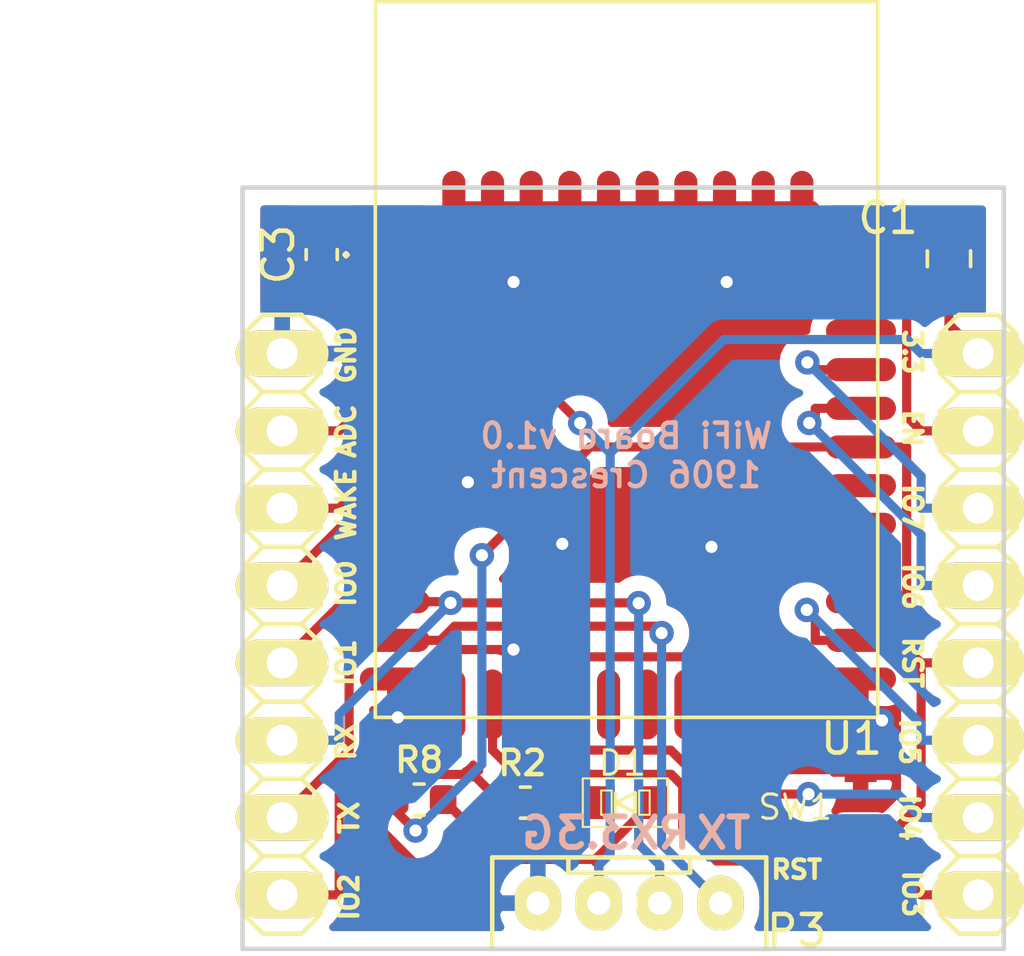
<source format=kicad_pcb>
(kicad_pcb (version 20171130) (host pcbnew "(5.1.2)-1")

  (general
    (thickness 1.6)
    (drawings 30)
    (tracks 193)
    (zones 0)
    (modules 10)
    (nets 18)
  )

  (page A4)
  (title_block
    (title "WiFi Dev Board")
    (date 2019-06-15)
    (rev v1.0)
    (company Crescent)
  )

  (layers
    (0 F.Cu signal)
    (31 B.Cu signal)
    (32 B.Adhes user)
    (33 F.Adhes user)
    (34 B.Paste user)
    (35 F.Paste user)
    (36 B.SilkS user)
    (37 F.SilkS user)
    (38 B.Mask user)
    (39 F.Mask user)
    (40 Dwgs.User user)
    (41 Cmts.User user)
    (42 Eco1.User user)
    (43 Eco2.User user)
    (44 Edge.Cuts user)
    (45 Margin user)
    (46 B.CrtYd user hide)
    (47 F.CrtYd user)
    (48 B.Fab user)
    (49 F.Fab user hide)
  )

  (setup
    (last_trace_width 0.3)
    (trace_clearance 0.2)
    (zone_clearance 0.508)
    (zone_45_only no)
    (trace_min 0.2)
    (via_size 0.8)
    (via_drill 0.4)
    (via_min_size 0.8)
    (via_min_drill 0.3)
    (uvia_size 0.3)
    (uvia_drill 0.1)
    (uvias_allowed no)
    (uvia_min_size 0.2)
    (uvia_min_drill 0.1)
    (edge_width 0.15)
    (segment_width 0.2)
    (pcb_text_width 0.3)
    (pcb_text_size 1.5 1.5)
    (mod_edge_width 0.15)
    (mod_text_size 1 1)
    (mod_text_width 0.15)
    (pad_size 1.524 3.048)
    (pad_drill 1.016)
    (pad_to_mask_clearance 0.2)
    (solder_mask_min_width 0.25)
    (aux_axis_origin 0 0)
    (visible_elements 7FFFFF7F)
    (pcbplotparams
      (layerselection 0x010fc_ffffffff)
      (usegerberextensions true)
      (usegerberattributes false)
      (usegerberadvancedattributes false)
      (creategerberjobfile false)
      (excludeedgelayer true)
      (linewidth 0.050000)
      (plotframeref false)
      (viasonmask false)
      (mode 1)
      (useauxorigin false)
      (hpglpennumber 1)
      (hpglpenspeed 20)
      (hpglpendiameter 15.000000)
      (psnegative false)
      (psa4output false)
      (plotreference true)
      (plotvalue true)
      (plotinvisibletext false)
      (padsonsilk false)
      (subtractmaskfromsilk false)
      (outputformat 1)
      (mirror false)
      (drillshape 0)
      (scaleselection 1)
      (outputdirectory "GERBER/"))
  )

  (net 0 "")
  (net 1 GND)
  (net 2 +3V3)
  (net 3 "Net-(D1-PadK)")
  (net 4 /RST)
  (net 5 /ADC)
  (net 6 /WAKE)
  (net 7 /IO0)
  (net 8 /IO1)
  (net 9 /RX)
  (net 10 /TX)
  (net 11 /IO2)
  (net 12 /EN)
  (net 13 /IO7)
  (net 14 /IO6)
  (net 15 /IO5)
  (net 16 /IO4)
  (net 17 /IO3)

  (net_class Default "これは標準のネット クラスです。"
    (clearance 0.2)
    (trace_width 0.3)
    (via_dia 0.8)
    (via_drill 0.4)
    (uvia_dia 0.3)
    (uvia_drill 0.1)
    (add_net +3V3)
    (add_net /ADC)
    (add_net /EN)
    (add_net /IO0)
    (add_net /IO1)
    (add_net /IO2)
    (add_net /IO3)
    (add_net /IO4)
    (add_net /IO5)
    (add_net /IO6)
    (add_net /IO7)
    (add_net /RST)
    (add_net /RX)
    (add_net /TX)
    (add_net /WAKE)
    (add_net GND)
    (add_net "Net-(D1-PadK)")
  )

  (module LED:generic-LED1608 (layer F.Cu) (tedit 5CCC49D0) (tstamp 5CB54055)
    (at 125.574 59.2 180)
    (descr "1608M 0603")
    (tags "1608M 0603")
    (path /5BEA332A)
    (attr smd)
    (fp_text reference D1 (at 0.1 1.3 180) (layer F.SilkS)
      (effects (font (size 0.8 0.8) (thickness 0.1)))
    )
    (fp_text value LED (at 1.27 -1.27 180) (layer F.SilkS) hide
      (effects (font (size 1.016 1.016) (thickness 0.0762)))
    )
    (fp_line (start -0.79756 0.39878) (end -0.44958 0.39878) (layer F.SilkS) (width 0.06604))
    (fp_line (start -0.44958 0.39878) (end -0.44958 -0.39878) (layer F.SilkS) (width 0.06604))
    (fp_line (start -0.79756 -0.39878) (end -0.44958 -0.39878) (layer F.SilkS) (width 0.06604))
    (fp_line (start -0.79756 0.39878) (end -0.79756 -0.39878) (layer F.SilkS) (width 0.06604))
    (fp_line (start 0.44958 0.39878) (end 0.79756 0.39878) (layer F.SilkS) (width 0.06604))
    (fp_line (start 0.79756 0.39878) (end 0.79756 -0.39878) (layer F.SilkS) (width 0.06604))
    (fp_line (start 0.44958 -0.39878) (end 0.79756 -0.39878) (layer F.SilkS) (width 0.06604))
    (fp_line (start 0.44958 0.39878) (end 0.44958 -0.39878) (layer F.SilkS) (width 0.06604))
    (fp_line (start -1.39954 0.79756) (end 1.39954 0.79756) (layer F.SilkS) (width 0.06604))
    (fp_line (start 1.39954 0.79756) (end 1.39954 -0.79756) (layer F.SilkS) (width 0.06604))
    (fp_line (start -1.39954 -0.79756) (end 1.39954 -0.79756) (layer F.SilkS) (width 0.06604))
    (fp_line (start -1.39954 0.79756) (end -1.39954 -0.79756) (layer F.SilkS) (width 0.06604))
    (fp_line (start 0.3175 -0.3175) (end 0.3175 0.3175) (layer F.SilkS) (width 0.127))
    (fp_line (start 0.3175 0) (end -0.3175 -0.3175) (layer F.SilkS) (width 0.127))
    (fp_line (start -0.3175 -0.3175) (end -0.3175 0.3175) (layer F.SilkS) (width 0.127))
    (fp_line (start -0.3175 0.3175) (end 0.3175 0) (layer F.SilkS) (width 0.127))
    (pad A smd rect (at -0.87376 0 180) (size 1.04902 1.0795) (layers F.Cu F.Paste F.Mask)
      (net 2 +3V3))
    (pad K smd rect (at 0.87376 0 180) (size 1.04902 1.0795) (layers F.Cu F.Paste F.Mask)
      (net 3 "Net-(D1-PadK)"))
  )

  (module pin-head:pinhead-1X08 (layer F.Cu) (tedit 5CB13FE4) (tstamp 5CB5489F)
    (at 114.3 53.34 270)
    (descr "PIN HEADER")
    (tags "PIN HEADER")
    (path /5E2EDF21)
    (attr virtual)
    (fp_text reference P1 (at -6.52 2.5 270) (layer F.SilkS) hide
      (effects (font (size 1.27 1.27) (thickness 0.127)))
    )
    (fp_text value CONN_01X08 (at -6.35 2.54 270) (layer F.SilkS) hide
      (effects (font (size 1.27 1.27) (thickness 0.1016)))
    )
    (fp_line (start 6.096 0.254) (end 6.604 0.254) (layer F.SilkS) (width 0.06604))
    (fp_line (start 6.604 0.254) (end 6.604 -0.254) (layer F.SilkS) (width 0.06604))
    (fp_line (start 6.096 -0.254) (end 6.604 -0.254) (layer F.SilkS) (width 0.06604))
    (fp_line (start 6.096 0.254) (end 6.096 -0.254) (layer F.SilkS) (width 0.06604))
    (fp_line (start 3.556 0.254) (end 4.064 0.254) (layer F.SilkS) (width 0.06604))
    (fp_line (start 4.064 0.254) (end 4.064 -0.254) (layer F.SilkS) (width 0.06604))
    (fp_line (start 3.556 -0.254) (end 4.064 -0.254) (layer F.SilkS) (width 0.06604))
    (fp_line (start 3.556 0.254) (end 3.556 -0.254) (layer F.SilkS) (width 0.06604))
    (fp_line (start 1.016 0.254) (end 1.524 0.254) (layer F.SilkS) (width 0.06604))
    (fp_line (start 1.524 0.254) (end 1.524 -0.254) (layer F.SilkS) (width 0.06604))
    (fp_line (start 1.016 -0.254) (end 1.524 -0.254) (layer F.SilkS) (width 0.06604))
    (fp_line (start 1.016 0.254) (end 1.016 -0.254) (layer F.SilkS) (width 0.06604))
    (fp_line (start -1.524 0.254) (end -1.016 0.254) (layer F.SilkS) (width 0.06604))
    (fp_line (start -1.016 0.254) (end -1.016 -0.254) (layer F.SilkS) (width 0.06604))
    (fp_line (start -1.524 -0.254) (end -1.016 -0.254) (layer F.SilkS) (width 0.06604))
    (fp_line (start -1.524 0.254) (end -1.524 -0.254) (layer F.SilkS) (width 0.06604))
    (fp_line (start -4.064 0.254) (end -3.556 0.254) (layer F.SilkS) (width 0.06604))
    (fp_line (start -3.556 0.254) (end -3.556 -0.254) (layer F.SilkS) (width 0.06604))
    (fp_line (start -4.064 -0.254) (end -3.556 -0.254) (layer F.SilkS) (width 0.06604))
    (fp_line (start -4.064 0.254) (end -4.064 -0.254) (layer F.SilkS) (width 0.06604))
    (fp_line (start -6.604 0.254) (end -6.096 0.254) (layer F.SilkS) (width 0.06604))
    (fp_line (start -6.096 0.254) (end -6.096 -0.254) (layer F.SilkS) (width 0.06604))
    (fp_line (start -6.604 -0.254) (end -6.096 -0.254) (layer F.SilkS) (width 0.06604))
    (fp_line (start -6.604 0.254) (end -6.604 -0.254) (layer F.SilkS) (width 0.06604))
    (fp_line (start -9.144 0.254) (end -8.636 0.254) (layer F.SilkS) (width 0.06604))
    (fp_line (start -8.636 0.254) (end -8.636 -0.254) (layer F.SilkS) (width 0.06604))
    (fp_line (start -9.144 -0.254) (end -8.636 -0.254) (layer F.SilkS) (width 0.06604))
    (fp_line (start -9.144 0.254) (end -9.144 -0.254) (layer F.SilkS) (width 0.06604))
    (fp_line (start 8.636 0.254) (end 9.144 0.254) (layer F.SilkS) (width 0.06604))
    (fp_line (start 9.144 0.254) (end 9.144 -0.254) (layer F.SilkS) (width 0.06604))
    (fp_line (start 8.636 -0.254) (end 9.144 -0.254) (layer F.SilkS) (width 0.06604))
    (fp_line (start 8.636 0.254) (end 8.636 -0.254) (layer F.SilkS) (width 0.06604))
    (fp_line (start 5.715 -1.27) (end 6.985 -1.27) (layer F.SilkS) (width 0.1524))
    (fp_line (start 6.985 -1.27) (end 7.62 -0.635) (layer F.SilkS) (width 0.1524))
    (fp_line (start 7.62 -0.635) (end 7.62 0.635) (layer F.SilkS) (width 0.1524))
    (fp_line (start 7.62 0.635) (end 6.985 1.27) (layer F.SilkS) (width 0.1524))
    (fp_line (start 2.54 -0.635) (end 3.175 -1.27) (layer F.SilkS) (width 0.1524))
    (fp_line (start 3.175 -1.27) (end 4.445 -1.27) (layer F.SilkS) (width 0.1524))
    (fp_line (start 4.445 -1.27) (end 5.08 -0.635) (layer F.SilkS) (width 0.1524))
    (fp_line (start 5.08 -0.635) (end 5.08 0.635) (layer F.SilkS) (width 0.1524))
    (fp_line (start 5.08 0.635) (end 4.445 1.27) (layer F.SilkS) (width 0.1524))
    (fp_line (start 4.445 1.27) (end 3.175 1.27) (layer F.SilkS) (width 0.1524))
    (fp_line (start 3.175 1.27) (end 2.54 0.635) (layer F.SilkS) (width 0.1524))
    (fp_line (start 5.715 -1.27) (end 5.08 -0.635) (layer F.SilkS) (width 0.1524))
    (fp_line (start 5.08 0.635) (end 5.715 1.27) (layer F.SilkS) (width 0.1524))
    (fp_line (start 6.985 1.27) (end 5.715 1.27) (layer F.SilkS) (width 0.1524))
    (fp_line (start -1.905 -1.27) (end -0.635 -1.27) (layer F.SilkS) (width 0.1524))
    (fp_line (start -0.635 -1.27) (end 0 -0.635) (layer F.SilkS) (width 0.1524))
    (fp_line (start 0 -0.635) (end 0 0.635) (layer F.SilkS) (width 0.1524))
    (fp_line (start 0 0.635) (end -0.635 1.27) (layer F.SilkS) (width 0.1524))
    (fp_line (start 0 -0.635) (end 0.635 -1.27) (layer F.SilkS) (width 0.1524))
    (fp_line (start 0.635 -1.27) (end 1.905 -1.27) (layer F.SilkS) (width 0.1524))
    (fp_line (start 1.905 -1.27) (end 2.54 -0.635) (layer F.SilkS) (width 0.1524))
    (fp_line (start 2.54 -0.635) (end 2.54 0.635) (layer F.SilkS) (width 0.1524))
    (fp_line (start 2.54 0.635) (end 1.905 1.27) (layer F.SilkS) (width 0.1524))
    (fp_line (start 1.905 1.27) (end 0.635 1.27) (layer F.SilkS) (width 0.1524))
    (fp_line (start 0.635 1.27) (end 0 0.635) (layer F.SilkS) (width 0.1524))
    (fp_line (start -5.08 -0.635) (end -4.445 -1.27) (layer F.SilkS) (width 0.1524))
    (fp_line (start -4.445 -1.27) (end -3.175 -1.27) (layer F.SilkS) (width 0.1524))
    (fp_line (start -3.175 -1.27) (end -2.54 -0.635) (layer F.SilkS) (width 0.1524))
    (fp_line (start -2.54 -0.635) (end -2.54 0.635) (layer F.SilkS) (width 0.1524))
    (fp_line (start -2.54 0.635) (end -3.175 1.27) (layer F.SilkS) (width 0.1524))
    (fp_line (start -3.175 1.27) (end -4.445 1.27) (layer F.SilkS) (width 0.1524))
    (fp_line (start -4.445 1.27) (end -5.08 0.635) (layer F.SilkS) (width 0.1524))
    (fp_line (start -1.905 -1.27) (end -2.54 -0.635) (layer F.SilkS) (width 0.1524))
    (fp_line (start -2.54 0.635) (end -1.905 1.27) (layer F.SilkS) (width 0.1524))
    (fp_line (start -0.635 1.27) (end -1.905 1.27) (layer F.SilkS) (width 0.1524))
    (fp_line (start -9.525 -1.27) (end -8.255 -1.27) (layer F.SilkS) (width 0.1524))
    (fp_line (start -8.255 -1.27) (end -7.62 -0.635) (layer F.SilkS) (width 0.1524))
    (fp_line (start -7.62 -0.635) (end -7.62 0.635) (layer F.SilkS) (width 0.1524))
    (fp_line (start -7.62 0.635) (end -8.255 1.27) (layer F.SilkS) (width 0.1524))
    (fp_line (start -7.62 -0.635) (end -6.985 -1.27) (layer F.SilkS) (width 0.1524))
    (fp_line (start -6.985 -1.27) (end -5.715 -1.27) (layer F.SilkS) (width 0.1524))
    (fp_line (start -5.715 -1.27) (end -5.08 -0.635) (layer F.SilkS) (width 0.1524))
    (fp_line (start -5.08 -0.635) (end -5.08 0.635) (layer F.SilkS) (width 0.1524))
    (fp_line (start -5.08 0.635) (end -5.715 1.27) (layer F.SilkS) (width 0.1524))
    (fp_line (start -5.715 1.27) (end -6.985 1.27) (layer F.SilkS) (width 0.1524))
    (fp_line (start -6.985 1.27) (end -7.62 0.635) (layer F.SilkS) (width 0.1524))
    (fp_line (start -10.16 -0.635) (end -10.16 0.635) (layer F.SilkS) (width 0.1524))
    (fp_line (start -9.525 -1.27) (end -10.16 -0.635) (layer F.SilkS) (width 0.1524))
    (fp_line (start -10.16 0.635) (end -9.525 1.27) (layer F.SilkS) (width 0.1524))
    (fp_line (start -8.255 1.27) (end -9.525 1.27) (layer F.SilkS) (width 0.1524))
    (fp_line (start 8.255 -1.27) (end 9.525 -1.27) (layer F.SilkS) (width 0.1524))
    (fp_line (start 9.525 -1.27) (end 10.16 -0.635) (layer F.SilkS) (width 0.1524))
    (fp_line (start 10.16 -0.635) (end 10.16 0.635) (layer F.SilkS) (width 0.1524))
    (fp_line (start 10.16 0.635) (end 9.525 1.27) (layer F.SilkS) (width 0.1524))
    (fp_line (start 8.255 -1.27) (end 7.62 -0.635) (layer F.SilkS) (width 0.1524))
    (fp_line (start 7.62 0.635) (end 8.255 1.27) (layer F.SilkS) (width 0.1524))
    (fp_line (start 9.525 1.27) (end 8.255 1.27) (layer F.SilkS) (width 0.1524))
    (pad 1 thru_hole oval (at -8.89 0 90) (size 1.524 3.048) (drill 1.016) (layers *.Cu *.Paste *.Mask F.SilkS)
      (net 1 GND))
    (pad 2 thru_hole oval (at -6.35 0 90) (size 1.524 3.048) (drill 1.016) (layers *.Cu *.Paste *.Mask F.SilkS)
      (net 5 /ADC))
    (pad 3 thru_hole oval (at -3.81 0 90) (size 1.524 3.048) (drill 1.016) (layers *.Cu *.Paste *.Mask F.SilkS)
      (net 6 /WAKE))
    (pad 4 thru_hole oval (at -1.27 0 90) (size 1.524 3.048) (drill 1.016) (layers *.Cu *.Paste *.Mask F.SilkS)
      (net 7 /IO0))
    (pad 5 thru_hole oval (at 1.27 0 90) (size 1.524 3.048) (drill 1.016) (layers *.Cu *.Paste *.Mask F.SilkS)
      (net 8 /IO1))
    (pad 6 thru_hole oval (at 3.81 0 90) (size 1.524 3.048) (drill 1.016) (layers *.Cu *.Paste *.Mask F.SilkS)
      (net 9 /RX))
    (pad 7 thru_hole oval (at 6.35 0 90) (size 1.524 3.048) (drill 1.016) (layers *.Cu *.Paste *.Mask F.SilkS)
      (net 10 /TX))
    (pad 8 thru_hole oval (at 8.89 0 90) (size 1.524 3.048) (drill 1.016) (layers *.Cu *.Paste *.Mask F.SilkS)
      (net 11 /IO2))
  )

  (module pin-head:pinhead-1X08 (layer F.Cu) (tedit 5CB1401C) (tstamp 5CB555EF)
    (at 137.16 53.34 90)
    (descr "PIN HEADER")
    (tags "PIN HEADER")
    (path /5CB1C480)
    (attr virtual)
    (fp_text reference P2 (at -7.0612 -2.4638 90) (layer F.SilkS) hide
      (effects (font (size 1.27 1.27) (thickness 0.127)))
    )
    (fp_text value CONN_01X08 (at -6.35 2.54 90) (layer F.SilkS) hide
      (effects (font (size 1.27 1.27) (thickness 0.1016)))
    )
    (fp_line (start 9.525 1.27) (end 8.255 1.27) (layer F.SilkS) (width 0.1524))
    (fp_line (start 7.62 0.635) (end 8.255 1.27) (layer F.SilkS) (width 0.1524))
    (fp_line (start 8.255 -1.27) (end 7.62 -0.635) (layer F.SilkS) (width 0.1524))
    (fp_line (start 10.16 0.635) (end 9.525 1.27) (layer F.SilkS) (width 0.1524))
    (fp_line (start 10.16 -0.635) (end 10.16 0.635) (layer F.SilkS) (width 0.1524))
    (fp_line (start 9.525 -1.27) (end 10.16 -0.635) (layer F.SilkS) (width 0.1524))
    (fp_line (start 8.255 -1.27) (end 9.525 -1.27) (layer F.SilkS) (width 0.1524))
    (fp_line (start -8.255 1.27) (end -9.525 1.27) (layer F.SilkS) (width 0.1524))
    (fp_line (start -10.16 0.635) (end -9.525 1.27) (layer F.SilkS) (width 0.1524))
    (fp_line (start -9.525 -1.27) (end -10.16 -0.635) (layer F.SilkS) (width 0.1524))
    (fp_line (start -10.16 -0.635) (end -10.16 0.635) (layer F.SilkS) (width 0.1524))
    (fp_line (start -6.985 1.27) (end -7.62 0.635) (layer F.SilkS) (width 0.1524))
    (fp_line (start -5.715 1.27) (end -6.985 1.27) (layer F.SilkS) (width 0.1524))
    (fp_line (start -5.08 0.635) (end -5.715 1.27) (layer F.SilkS) (width 0.1524))
    (fp_line (start -5.08 -0.635) (end -5.08 0.635) (layer F.SilkS) (width 0.1524))
    (fp_line (start -5.715 -1.27) (end -5.08 -0.635) (layer F.SilkS) (width 0.1524))
    (fp_line (start -6.985 -1.27) (end -5.715 -1.27) (layer F.SilkS) (width 0.1524))
    (fp_line (start -7.62 -0.635) (end -6.985 -1.27) (layer F.SilkS) (width 0.1524))
    (fp_line (start -7.62 0.635) (end -8.255 1.27) (layer F.SilkS) (width 0.1524))
    (fp_line (start -7.62 -0.635) (end -7.62 0.635) (layer F.SilkS) (width 0.1524))
    (fp_line (start -8.255 -1.27) (end -7.62 -0.635) (layer F.SilkS) (width 0.1524))
    (fp_line (start -9.525 -1.27) (end -8.255 -1.27) (layer F.SilkS) (width 0.1524))
    (fp_line (start -0.635 1.27) (end -1.905 1.27) (layer F.SilkS) (width 0.1524))
    (fp_line (start -2.54 0.635) (end -1.905 1.27) (layer F.SilkS) (width 0.1524))
    (fp_line (start -1.905 -1.27) (end -2.54 -0.635) (layer F.SilkS) (width 0.1524))
    (fp_line (start -4.445 1.27) (end -5.08 0.635) (layer F.SilkS) (width 0.1524))
    (fp_line (start -3.175 1.27) (end -4.445 1.27) (layer F.SilkS) (width 0.1524))
    (fp_line (start -2.54 0.635) (end -3.175 1.27) (layer F.SilkS) (width 0.1524))
    (fp_line (start -2.54 -0.635) (end -2.54 0.635) (layer F.SilkS) (width 0.1524))
    (fp_line (start -3.175 -1.27) (end -2.54 -0.635) (layer F.SilkS) (width 0.1524))
    (fp_line (start -4.445 -1.27) (end -3.175 -1.27) (layer F.SilkS) (width 0.1524))
    (fp_line (start -5.08 -0.635) (end -4.445 -1.27) (layer F.SilkS) (width 0.1524))
    (fp_line (start 0.635 1.27) (end 0 0.635) (layer F.SilkS) (width 0.1524))
    (fp_line (start 1.905 1.27) (end 0.635 1.27) (layer F.SilkS) (width 0.1524))
    (fp_line (start 2.54 0.635) (end 1.905 1.27) (layer F.SilkS) (width 0.1524))
    (fp_line (start 2.54 -0.635) (end 2.54 0.635) (layer F.SilkS) (width 0.1524))
    (fp_line (start 1.905 -1.27) (end 2.54 -0.635) (layer F.SilkS) (width 0.1524))
    (fp_line (start 0.635 -1.27) (end 1.905 -1.27) (layer F.SilkS) (width 0.1524))
    (fp_line (start 0 -0.635) (end 0.635 -1.27) (layer F.SilkS) (width 0.1524))
    (fp_line (start 0 0.635) (end -0.635 1.27) (layer F.SilkS) (width 0.1524))
    (fp_line (start 0 -0.635) (end 0 0.635) (layer F.SilkS) (width 0.1524))
    (fp_line (start -0.635 -1.27) (end 0 -0.635) (layer F.SilkS) (width 0.1524))
    (fp_line (start -1.905 -1.27) (end -0.635 -1.27) (layer F.SilkS) (width 0.1524))
    (fp_line (start 6.985 1.27) (end 5.715 1.27) (layer F.SilkS) (width 0.1524))
    (fp_line (start 5.08 0.635) (end 5.715 1.27) (layer F.SilkS) (width 0.1524))
    (fp_line (start 5.715 -1.27) (end 5.08 -0.635) (layer F.SilkS) (width 0.1524))
    (fp_line (start 3.175 1.27) (end 2.54 0.635) (layer F.SilkS) (width 0.1524))
    (fp_line (start 4.445 1.27) (end 3.175 1.27) (layer F.SilkS) (width 0.1524))
    (fp_line (start 5.08 0.635) (end 4.445 1.27) (layer F.SilkS) (width 0.1524))
    (fp_line (start 5.08 -0.635) (end 5.08 0.635) (layer F.SilkS) (width 0.1524))
    (fp_line (start 4.445 -1.27) (end 5.08 -0.635) (layer F.SilkS) (width 0.1524))
    (fp_line (start 3.175 -1.27) (end 4.445 -1.27) (layer F.SilkS) (width 0.1524))
    (fp_line (start 2.54 -0.635) (end 3.175 -1.27) (layer F.SilkS) (width 0.1524))
    (fp_line (start 7.62 0.635) (end 6.985 1.27) (layer F.SilkS) (width 0.1524))
    (fp_line (start 7.62 -0.635) (end 7.62 0.635) (layer F.SilkS) (width 0.1524))
    (fp_line (start 6.985 -1.27) (end 7.62 -0.635) (layer F.SilkS) (width 0.1524))
    (fp_line (start 5.715 -1.27) (end 6.985 -1.27) (layer F.SilkS) (width 0.1524))
    (fp_line (start 8.636 0.254) (end 8.636 -0.254) (layer F.SilkS) (width 0.06604))
    (fp_line (start 8.636 -0.254) (end 9.144 -0.254) (layer F.SilkS) (width 0.06604))
    (fp_line (start 9.144 0.254) (end 9.144 -0.254) (layer F.SilkS) (width 0.06604))
    (fp_line (start 8.636 0.254) (end 9.144 0.254) (layer F.SilkS) (width 0.06604))
    (fp_line (start -9.144 0.254) (end -9.144 -0.254) (layer F.SilkS) (width 0.06604))
    (fp_line (start -9.144 -0.254) (end -8.636 -0.254) (layer F.SilkS) (width 0.06604))
    (fp_line (start -8.636 0.254) (end -8.636 -0.254) (layer F.SilkS) (width 0.06604))
    (fp_line (start -9.144 0.254) (end -8.636 0.254) (layer F.SilkS) (width 0.06604))
    (fp_line (start -6.604 0.254) (end -6.604 -0.254) (layer F.SilkS) (width 0.06604))
    (fp_line (start -6.604 -0.254) (end -6.096 -0.254) (layer F.SilkS) (width 0.06604))
    (fp_line (start -6.096 0.254) (end -6.096 -0.254) (layer F.SilkS) (width 0.06604))
    (fp_line (start -6.604 0.254) (end -6.096 0.254) (layer F.SilkS) (width 0.06604))
    (fp_line (start -4.064 0.254) (end -4.064 -0.254) (layer F.SilkS) (width 0.06604))
    (fp_line (start -4.064 -0.254) (end -3.556 -0.254) (layer F.SilkS) (width 0.06604))
    (fp_line (start -3.556 0.254) (end -3.556 -0.254) (layer F.SilkS) (width 0.06604))
    (fp_line (start -4.064 0.254) (end -3.556 0.254) (layer F.SilkS) (width 0.06604))
    (fp_line (start -1.524 0.254) (end -1.524 -0.254) (layer F.SilkS) (width 0.06604))
    (fp_line (start -1.524 -0.254) (end -1.016 -0.254) (layer F.SilkS) (width 0.06604))
    (fp_line (start -1.016 0.254) (end -1.016 -0.254) (layer F.SilkS) (width 0.06604))
    (fp_line (start -1.524 0.254) (end -1.016 0.254) (layer F.SilkS) (width 0.06604))
    (fp_line (start 1.016 0.254) (end 1.016 -0.254) (layer F.SilkS) (width 0.06604))
    (fp_line (start 1.016 -0.254) (end 1.524 -0.254) (layer F.SilkS) (width 0.06604))
    (fp_line (start 1.524 0.254) (end 1.524 -0.254) (layer F.SilkS) (width 0.06604))
    (fp_line (start 1.016 0.254) (end 1.524 0.254) (layer F.SilkS) (width 0.06604))
    (fp_line (start 3.556 0.254) (end 3.556 -0.254) (layer F.SilkS) (width 0.06604))
    (fp_line (start 3.556 -0.254) (end 4.064 -0.254) (layer F.SilkS) (width 0.06604))
    (fp_line (start 4.064 0.254) (end 4.064 -0.254) (layer F.SilkS) (width 0.06604))
    (fp_line (start 3.556 0.254) (end 4.064 0.254) (layer F.SilkS) (width 0.06604))
    (fp_line (start 6.096 0.254) (end 6.096 -0.254) (layer F.SilkS) (width 0.06604))
    (fp_line (start 6.096 -0.254) (end 6.604 -0.254) (layer F.SilkS) (width 0.06604))
    (fp_line (start 6.604 0.254) (end 6.604 -0.254) (layer F.SilkS) (width 0.06604))
    (fp_line (start 6.096 0.254) (end 6.604 0.254) (layer F.SilkS) (width 0.06604))
    (pad 8 thru_hole oval (at 8.89 0 270) (size 1.524 3.048) (drill 1.016) (layers *.Cu *.Paste *.Mask F.SilkS)
      (net 2 +3V3))
    (pad 7 thru_hole oval (at 6.35 0 270) (size 1.524 3.048) (drill 1.016) (layers *.Cu *.Paste *.Mask F.SilkS)
      (net 12 /EN))
    (pad 6 thru_hole oval (at 3.81 0 270) (size 1.524 3.048) (drill 1.016) (layers *.Cu *.Paste *.Mask F.SilkS)
      (net 13 /IO7))
    (pad 5 thru_hole oval (at 1.27 0 270) (size 1.524 3.048) (drill 1.016) (layers *.Cu *.Paste *.Mask F.SilkS)
      (net 14 /IO6))
    (pad 4 thru_hole oval (at -1.27 0 270) (size 1.524 3.048) (drill 1.016) (layers *.Cu *.Paste *.Mask F.SilkS)
      (net 4 /RST))
    (pad 3 thru_hole oval (at -3.81 0 270) (size 1.524 3.048) (drill 1.016) (layers *.Cu *.Paste *.Mask F.SilkS)
      (net 15 /IO5))
    (pad 2 thru_hole oval (at -6.35 0 270) (size 1.524 3.048) (drill 1.016) (layers *.Cu *.Paste *.Mask F.SilkS)
      (net 16 /IO4))
    (pad 1 thru_hole oval (at -8.89 0 270) (size 1.524 3.048) (drill 1.016) (layers *.Cu *.Paste *.Mask F.SilkS)
      (net 17 /IO3))
  )

  (module SMD_PUSHSWITCH:SKRPACE010 (layer F.Cu) (tedit 5C281D83) (tstamp 5CB54189)
    (at 133.3 58.2 180)
    (path /5CB4561D)
    (fp_text reference SW1 (at 2.15 -1.15 180) (layer F.SilkS)
      (effects (font (size 0.8 0.8) (thickness 0.1)))
    )
    (fp_text value SW_Push (at 2 -3.5 180) (layer F.Fab)
      (effects (font (size 1 1) (thickness 0.15)))
    )
    (pad 2 smd rect (at 4.15 0 180) (size 1.05 0.65) (layers F.Cu F.Paste F.Mask)
      (net 1 GND))
    (pad 2 smd rect (at 0 0 180) (size 1.05 0.65) (layers F.Cu F.Paste F.Mask)
      (net 1 GND))
    (pad 1 smd rect (at 4.15 -2.15 180) (size 1.05 0.65) (layers F.Cu F.Paste F.Mask)
      (net 4 /RST))
    (pad 1 smd rect (at 0 -2.15 180) (size 1.05 0.65) (layers F.Cu F.Paste F.Mask)
      (net 4 /RST))
  )

  (module GroveCon:GROVE (layer F.Cu) (tedit 5A912222) (tstamp 5CE55E1E)
    (at 128.7 62.5 180)
    (path /5CEDD77A)
    (fp_text reference P3 (at -2.5 -0.9 180) (layer F.SilkS)
      (effects (font (size 1 1) (thickness 0.15)))
    )
    (fp_text value CONN_01X04 (at 0.5 -3 180) (layer F.Fab)
      (effects (font (size 1 1) (thickness 0.15)))
    )
    (fp_line (start 5 1.5) (end 5 1) (layer F.SilkS) (width 0.15))
    (fp_line (start 5 1) (end 1 1) (layer F.SilkS) (width 0.15))
    (fp_line (start 1 1) (end 1 1.5) (layer F.SilkS) (width 0.15))
    (fp_line (start 3 1.5) (end -1.5 1.5) (layer F.SilkS) (width 0.15))
    (fp_line (start -1.5 1.5) (end -1.5 -1.5) (layer F.SilkS) (width 0.15))
    (fp_line (start -1.5 -1.5) (end 7.5 -1.5) (layer F.SilkS) (width 0.15))
    (fp_line (start 7.5 -1.5) (end 7.5 1.5) (layer F.SilkS) (width 0.15))
    (fp_line (start 7.5 1.5) (end 3 1.5) (layer F.SilkS) (width 0.15))
    (pad 1 thru_hole oval (at 0 0 180) (size 1.524 1.8) (drill 0.762) (layers *.Cu *.Paste *.Mask F.SilkS)
      (net 10 /TX))
    (pad 2 thru_hole oval (at 2 0 180) (size 1.524 1.8) (drill 0.762) (layers *.Cu *.Paste *.Mask F.SilkS)
      (net 9 /RX))
    (pad 3 thru_hole oval (at 4 0 180) (size 1.524 1.8) (drill 0.762) (layers *.Cu *.Paste *.Mask F.SilkS)
      (net 2 +3V3))
    (pad 4 thru_hole oval (at 6 0 180) (size 1.524 1.8) (drill 0.762) (layers *.Cu *.Paste *.Mask F.SilkS)
      (net 1 GND))
  )

  (module AMW037:AMW037 (layer F.Cu) (tedit 5D03A866) (tstamp 5D03C455)
    (at 118 39.9)
    (path /5D03C984)
    (fp_text reference U1 (at 15 17.2 180) (layer F.SilkS)
      (effects (font (size 1 1) (thickness 0.15)))
    )
    (fp_text value AMW037 (at 7.8 7.9) (layer F.Fab)
      (effects (font (size 1 1) (thickness 0.15)))
    )
    (fp_line (start 15.86 -0.9) (end 15.86 16.5) (layer F.SilkS) (width 0.12))
    (fp_line (start -0.64 16.5) (end 15.86 16.5) (layer F.SilkS) (width 0.12))
    (fp_line (start -0.64 -0.9) (end -0.64 16.5) (layer F.SilkS) (width 0.12))
    (fp_text user . (at -1.6 0.9) (layer F.SilkS)
      (effects (font (size 1 1) (thickness 0.15)))
    )
    (fp_line (start 15.86 -0.9) (end -0.64 -0.9) (layer F.SilkS) (width 0.12))
    (fp_line (start 15.86 -0.9) (end 15.86 -7) (layer F.SilkS) (width 0.12))
    (fp_line (start -0.64 -7) (end -0.64 -0.9) (layer F.SilkS) (width 0.12))
    (fp_line (start 15.86 -7) (end -0.64 -7) (layer F.SilkS) (width 0.12))
    (pad 44 smd oval (at 1.94 -0.3) (size 0.76 2.3) (layers F.Cu F.Paste F.Mask)
      (net 1 GND))
    (pad 42 smd oval (at 4.48 -0.3) (size 0.76 2.3) (layers F.Cu F.Paste F.Mask)
      (net 1 GND))
    (pad 43 smd oval (at 3.21 -0.3) (size 0.76 2.3) (layers F.Cu F.Paste F.Mask)
      (net 1 GND))
    (pad 41 smd oval (at 5.75 -0.3) (size 0.76 2.3) (layers F.Cu F.Paste F.Mask)
      (net 1 GND))
    (pad 40 smd oval (at 7.02 -0.3) (size 0.76 2.3) (layers F.Cu F.Paste F.Mask)
      (net 1 GND))
    (pad 39 smd oval (at 8.29 -0.3) (size 0.76 2.3) (layers F.Cu F.Paste F.Mask)
      (net 1 GND))
    (pad 38 smd oval (at 9.56 -0.3) (size 0.76 2.3) (layers F.Cu F.Paste F.Mask)
      (net 1 GND))
    (pad 37 smd oval (at 10.83 -0.3) (size 0.76 2.3) (layers F.Cu F.Paste F.Mask)
      (net 1 GND))
    (pad 36 smd oval (at 12.1 -0.3) (size 0.76 2.3) (layers F.Cu F.Paste F.Mask)
      (net 1 GND))
    (pad 35 smd oval (at 13.37 -0.3) (size 0.76 2.3) (layers F.Cu F.Paste F.Mask)
      (net 1 GND))
    (pad 34 smd oval (at 15.31 1.27) (size 2.3 0.76) (layers F.Cu F.Paste F.Mask)
      (net 1 GND))
    (pad 33 smd oval (at 15.31 2.54) (size 2.3 0.76) (layers F.Cu F.Paste F.Mask)
      (net 12 /EN))
    (pad 32 smd oval (at 15.31 3.81) (size 2.3 0.76) (layers F.Cu F.Paste F.Mask))
    (pad 31 smd oval (at 15.31 5.08) (size 2.3 0.76) (layers F.Cu F.Paste F.Mask)
      (net 13 /IO7))
    (pad 30 smd oval (at 15.31 6.35) (size 2.3 0.76) (layers F.Cu F.Paste F.Mask)
      (net 14 /IO6))
    (pad 29 smd oval (at 15.31 7.62) (size 2.3 0.76) (layers F.Cu F.Paste F.Mask)
      (net 4 /RST))
    (pad 28 smd oval (at 15.31 8.89) (size 2.3 0.76) (layers F.Cu F.Paste F.Mask))
    (pad 27 smd oval (at 15.31 10.16) (size 2.3 0.76) (layers F.Cu F.Paste F.Mask))
    (pad 26 smd oval (at 15.31 11.43) (size 2.3 0.76) (layers F.Cu F.Paste F.Mask))
    (pad 25 smd oval (at 15.31 12.7) (size 2.3 0.76) (layers F.Cu F.Paste F.Mask))
    (pad 24 smd oval (at 15.31 13.97) (size 2.3 0.76) (layers F.Cu F.Paste F.Mask)
      (net 15 /IO5))
    (pad 23 smd oval (at 15.31 15.24) (size 2.3 0.76) (layers F.Cu F.Paste F.Mask)
      (net 1 GND))
    (pad 22 smd oval (at 13.37 16.075) (size 0.76 2.3) (layers F.Cu F.Paste F.Mask))
    (pad 21 smd oval (at 12.1 16.075) (size 0.76 2.3) (layers F.Cu F.Paste F.Mask))
    (pad 20 smd oval (at 10.83 16.075) (size 0.76 2.3) (layers F.Cu F.Paste F.Mask))
    (pad 19 smd oval (at 9.56 16.075) (size 0.76 2.3) (layers F.Cu F.Paste F.Mask))
    (pad 18 smd oval (at 8.29 16.075) (size 0.76 2.3) (layers F.Cu F.Paste F.Mask))
    (pad 17 smd oval (at 7.02 16.075) (size 0.76 2.3) (layers F.Cu F.Paste F.Mask))
    (pad 16 smd oval (at 5.75 16.075) (size 0.76 2.3) (layers F.Cu F.Paste F.Mask))
    (pad 15 smd oval (at 4.48 16.075) (size 0.76 2.3) (layers F.Cu F.Paste F.Mask)
      (net 16 /IO4))
    (pad 14 smd oval (at 3.21 16.075) (size 0.76 2.3) (layers F.Cu F.Paste F.Mask)
      (net 17 /IO3))
    (pad 13 smd oval (at 1.94 16.075) (size 0.76 2.3) (layers F.Cu F.Paste F.Mask)
      (net 11 /IO2))
    (pad 12 smd oval (at 0 15.24) (size 2.3 0.76) (layers F.Cu F.Paste F.Mask)
      (net 1 GND))
    (pad 11 smd oval (at 0 13.97) (size 2.3 0.76) (layers F.Cu F.Paste F.Mask)
      (net 10 /TX))
    (pad 10 smd oval (at 0 12.7) (size 2.3 0.76) (layers F.Cu F.Paste F.Mask)
      (net 9 /RX))
    (pad 9 smd oval (at 0 11.43) (size 2.3 0.76) (layers F.Cu F.Paste F.Mask)
      (net 8 /IO1))
    (pad 8 smd oval (at 0 10.16) (size 2.3 0.76) (layers F.Cu F.Paste F.Mask)
      (net 7 /IO0))
    (pad 7 smd oval (at 0 8.89) (size 2.3 0.76) (layers F.Cu F.Paste F.Mask))
    (pad 6 smd oval (at 0 7.62) (size 2.3 0.76) (layers F.Cu F.Paste F.Mask)
      (net 6 /WAKE))
    (pad 5 smd oval (at 0 6.35) (size 2.3 0.76) (layers F.Cu F.Paste F.Mask))
    (pad 4 smd oval (at 0 5.08) (size 2.3 0.76) (layers F.Cu F.Paste F.Mask))
    (pad 3 smd oval (at 0 3.81) (size 2.3 0.76) (layers F.Cu F.Paste F.Mask)
      (net 5 /ADC))
    (pad 2 smd oval (at 0 2.54) (size 2.3 0.76) (layers F.Cu F.Paste F.Mask)
      (net 2 +3V3))
    (pad 1 smd oval (at 0 1.27) (size 2.3 0.76) (layers F.Cu F.Paste F.Mask)
      (net 1 GND))
  )

  (module Capacitor_SMD:C_0805_2012Metric (layer F.Cu) (tedit 5B36C52B) (tstamp 5D03C63C)
    (at 136.2 41.3375 90)
    (descr "Capacitor SMD 0805 (2012 Metric), square (rectangular) end terminal, IPC_7351 nominal, (Body size source: https://docs.google.com/spreadsheets/d/1BsfQQcO9C6DZCsRaXUlFlo91Tg2WpOkGARC1WS5S8t0/edit?usp=sharing), generated with kicad-footprint-generator")
    (tags capacitor)
    (path /5D0674A9)
    (attr smd)
    (fp_text reference C1 (at 1.3375 -2 180) (layer F.SilkS)
      (effects (font (size 1 1) (thickness 0.15)))
    )
    (fp_text value 10u (at 0 1.65 90) (layer F.Fab)
      (effects (font (size 1 1) (thickness 0.15)))
    )
    (fp_line (start -1 0.6) (end -1 -0.6) (layer F.Fab) (width 0.1))
    (fp_line (start -1 -0.6) (end 1 -0.6) (layer F.Fab) (width 0.1))
    (fp_line (start 1 -0.6) (end 1 0.6) (layer F.Fab) (width 0.1))
    (fp_line (start 1 0.6) (end -1 0.6) (layer F.Fab) (width 0.1))
    (fp_line (start -0.258578 -0.71) (end 0.258578 -0.71) (layer F.SilkS) (width 0.12))
    (fp_line (start -0.258578 0.71) (end 0.258578 0.71) (layer F.SilkS) (width 0.12))
    (fp_line (start -1.68 0.95) (end -1.68 -0.95) (layer F.CrtYd) (width 0.05))
    (fp_line (start -1.68 -0.95) (end 1.68 -0.95) (layer F.CrtYd) (width 0.05))
    (fp_line (start 1.68 -0.95) (end 1.68 0.95) (layer F.CrtYd) (width 0.05))
    (fp_line (start 1.68 0.95) (end -1.68 0.95) (layer F.CrtYd) (width 0.05))
    (fp_text user %R (at 0 0 90) (layer F.Fab)
      (effects (font (size 0.5 0.5) (thickness 0.08)))
    )
    (pad 1 smd roundrect (at -0.9375 0 90) (size 0.975 1.4) (layers F.Cu F.Paste F.Mask) (roundrect_rratio 0.25)
      (net 2 +3V3))
    (pad 2 smd roundrect (at 0.9375 0 90) (size 0.975 1.4) (layers F.Cu F.Paste F.Mask) (roundrect_rratio 0.25)
      (net 1 GND))
    (model ${KISYS3DMOD}/Capacitor_SMD.3dshapes/C_0805_2012Metric.wrl
      (at (xyz 0 0 0))
      (scale (xyz 1 1 1))
      (rotate (xyz 0 0 0))
    )
  )

  (module Capacitor_SMD:C_0603_1608Metric (layer F.Cu) (tedit 5B301BBE) (tstamp 5D03C63D)
    (at 115.6 41.2 90)
    (descr "Capacitor SMD 0603 (1608 Metric), square (rectangular) end terminal, IPC_7351 nominal, (Body size source: http://www.tortai-tech.com/upload/download/2011102023233369053.pdf), generated with kicad-footprint-generator")
    (tags capacitor)
    (path /5BDAE5DF)
    (attr smd)
    (fp_text reference C3 (at 0 -1.43 90) (layer F.SilkS)
      (effects (font (size 1 1) (thickness 0.15)))
    )
    (fp_text value 0.1u (at 0 1.43 90) (layer F.Fab)
      (effects (font (size 1 1) (thickness 0.15)))
    )
    (fp_line (start -0.8 0.4) (end -0.8 -0.4) (layer F.Fab) (width 0.1))
    (fp_line (start -0.8 -0.4) (end 0.8 -0.4) (layer F.Fab) (width 0.1))
    (fp_line (start 0.8 -0.4) (end 0.8 0.4) (layer F.Fab) (width 0.1))
    (fp_line (start 0.8 0.4) (end -0.8 0.4) (layer F.Fab) (width 0.1))
    (fp_line (start -0.162779 -0.51) (end 0.162779 -0.51) (layer F.SilkS) (width 0.12))
    (fp_line (start -0.162779 0.51) (end 0.162779 0.51) (layer F.SilkS) (width 0.12))
    (fp_line (start -1.48 0.73) (end -1.48 -0.73) (layer F.CrtYd) (width 0.05))
    (fp_line (start -1.48 -0.73) (end 1.48 -0.73) (layer F.CrtYd) (width 0.05))
    (fp_line (start 1.48 -0.73) (end 1.48 0.73) (layer F.CrtYd) (width 0.05))
    (fp_line (start 1.48 0.73) (end -1.48 0.73) (layer F.CrtYd) (width 0.05))
    (fp_text user %R (at 0 0 90) (layer F.Fab)
      (effects (font (size 0.4 0.4) (thickness 0.06)))
    )
    (pad 1 smd roundrect (at -0.7875 0 90) (size 0.875 0.95) (layers F.Cu F.Paste F.Mask) (roundrect_rratio 0.25)
      (net 2 +3V3))
    (pad 2 smd roundrect (at 0.7875 0 90) (size 0.875 0.95) (layers F.Cu F.Paste F.Mask) (roundrect_rratio 0.25)
      (net 1 GND))
    (model ${KISYS3DMOD}/Capacitor_SMD.3dshapes/C_0603_1608Metric.wrl
      (at (xyz 0 0 0))
      (scale (xyz 1 1 1))
      (rotate (xyz 0 0 0))
    )
  )

  (module Resistor_SMD:R_0603_1608Metric (layer F.Cu) (tedit 5B301BBD) (tstamp 5D03C64D)
    (at 122.288 59.2 180)
    (descr "Resistor SMD 0603 (1608 Metric), square (rectangular) end terminal, IPC_7351 nominal, (Body size source: http://www.tortai-tech.com/upload/download/2011102023233369053.pdf), generated with kicad-footprint-generator")
    (tags resistor)
    (path /5A749FB6)
    (attr smd)
    (fp_text reference R2 (at 0.1 1.3) (layer F.SilkS)
      (effects (font (size 0.8 0.8) (thickness 0.15)))
    )
    (fp_text value 1k (at 0 1.43) (layer F.Fab)
      (effects (font (size 1 1) (thickness 0.15)))
    )
    (fp_line (start -0.8 0.4) (end -0.8 -0.4) (layer F.Fab) (width 0.1))
    (fp_line (start -0.8 -0.4) (end 0.8 -0.4) (layer F.Fab) (width 0.1))
    (fp_line (start 0.8 -0.4) (end 0.8 0.4) (layer F.Fab) (width 0.1))
    (fp_line (start 0.8 0.4) (end -0.8 0.4) (layer F.Fab) (width 0.1))
    (fp_line (start -0.162779 -0.51) (end 0.162779 -0.51) (layer F.SilkS) (width 0.12))
    (fp_line (start -0.162779 0.51) (end 0.162779 0.51) (layer F.SilkS) (width 0.12))
    (fp_line (start -1.48 0.73) (end -1.48 -0.73) (layer F.CrtYd) (width 0.05))
    (fp_line (start -1.48 -0.73) (end 1.48 -0.73) (layer F.CrtYd) (width 0.05))
    (fp_line (start 1.48 -0.73) (end 1.48 0.73) (layer F.CrtYd) (width 0.05))
    (fp_line (start 1.48 0.73) (end -1.48 0.73) (layer F.CrtYd) (width 0.05))
    (fp_text user %R (at 0 0) (layer F.Fab)
      (effects (font (size 0.4 0.4) (thickness 0.06)))
    )
    (pad 1 smd roundrect (at -0.7875 0 180) (size 0.875 0.95) (layers F.Cu F.Paste F.Mask) (roundrect_rratio 0.25)
      (net 3 "Net-(D1-PadK)"))
    (pad 2 smd roundrect (at 0.7875 0 180) (size 0.875 0.95) (layers F.Cu F.Paste F.Mask) (roundrect_rratio 0.25)
      (net 1 GND))
    (model ${KISYS3DMOD}/Resistor_SMD.3dshapes/R_0603_1608Metric.wrl
      (at (xyz 0 0 0))
      (scale (xyz 1 1 1))
      (rotate (xyz 0 0 0))
    )
  )

  (module Resistor_SMD:R_0603_1608Metric (layer F.Cu) (tedit 5B301BBD) (tstamp 5D03C65D)
    (at 118.8 59.1 180)
    (descr "Resistor SMD 0603 (1608 Metric), square (rectangular) end terminal, IPC_7351 nominal, (Body size source: http://www.tortai-tech.com/upload/download/2011102023233369053.pdf), generated with kicad-footprint-generator")
    (tags resistor)
    (path /5CB47C8A)
    (attr smd)
    (fp_text reference R8 (at 0 1.3) (layer F.SilkS)
      (effects (font (size 0.8 0.8) (thickness 0.15)))
    )
    (fp_text value 20k (at 0 1.43) (layer F.Fab)
      (effects (font (size 1 1) (thickness 0.15)))
    )
    (fp_text user %R (at 0 0) (layer F.Fab)
      (effects (font (size 0.4 0.4) (thickness 0.06)))
    )
    (fp_line (start 1.48 0.73) (end -1.48 0.73) (layer F.CrtYd) (width 0.05))
    (fp_line (start 1.48 -0.73) (end 1.48 0.73) (layer F.CrtYd) (width 0.05))
    (fp_line (start -1.48 -0.73) (end 1.48 -0.73) (layer F.CrtYd) (width 0.05))
    (fp_line (start -1.48 0.73) (end -1.48 -0.73) (layer F.CrtYd) (width 0.05))
    (fp_line (start -0.162779 0.51) (end 0.162779 0.51) (layer F.SilkS) (width 0.12))
    (fp_line (start -0.162779 -0.51) (end 0.162779 -0.51) (layer F.SilkS) (width 0.12))
    (fp_line (start 0.8 0.4) (end -0.8 0.4) (layer F.Fab) (width 0.1))
    (fp_line (start 0.8 -0.4) (end 0.8 0.4) (layer F.Fab) (width 0.1))
    (fp_line (start -0.8 -0.4) (end 0.8 -0.4) (layer F.Fab) (width 0.1))
    (fp_line (start -0.8 0.4) (end -0.8 -0.4) (layer F.Fab) (width 0.1))
    (pad 2 smd roundrect (at 0.7875 0 180) (size 0.875 0.95) (layers F.Cu F.Paste F.Mask) (roundrect_rratio 0.25)
      (net 4 /RST))
    (pad 1 smd roundrect (at -0.7875 0 180) (size 0.875 0.95) (layers F.Cu F.Paste F.Mask) (roundrect_rratio 0.25)
      (net 2 +3V3))
    (model ${KISYS3DMOD}/Resistor_SMD.3dshapes/R_0603_1608Metric.wrl
      (at (xyz 0 0 0))
      (scale (xyz 1 1 1))
      (rotate (xyz 0 0 0))
    )
  )

  (gr_text TX (at 128.8 60.2) (layer B.SilkS) (tstamp 5CE563FF)
    (effects (font (size 1 1) (thickness 0.2)) (justify mirror))
  )
  (gr_text RX (at 126.7 60.2) (layer B.SilkS) (tstamp 5CE563F7)
    (effects (font (size 1 1) (thickness 0.2)) (justify mirror))
  )
  (gr_text 3.3 (at 124.5 60.2) (layer B.SilkS) (tstamp 5CE563F4)
    (effects (font (size 1 1) (thickness 0.2)) (justify mirror))
  )
  (gr_text G (at 122.7 60.2) (layer B.SilkS)
    (effects (font (size 1 1) (thickness 0.2)) (justify mirror))
  )
  (dimension 25 (width 0.15) (layer Eco2.User)
    (gr_text "25.000 mm" (at 108.7 51.5 270) (layer Eco2.User)
      (effects (font (size 1 1) (thickness 0.15)))
    )
    (feature1 (pts (xy 113 64) (xy 109.413579 64)))
    (feature2 (pts (xy 113 39) (xy 109.413579 39)))
    (crossbar (pts (xy 110 39) (xy 110 64)))
    (arrow1a (pts (xy 110 64) (xy 109.413579 62.873496)))
    (arrow1b (pts (xy 110 64) (xy 110.586421 62.873496)))
    (arrow2a (pts (xy 110 39) (xy 109.413579 40.126504)))
    (arrow2b (pts (xy 110 39) (xy 110.586421 40.126504)))
  )
  (dimension 25 (width 0.15) (layer Eco2.User)
    (gr_text "25.000 mm" (at 125.5 33.7) (layer Eco2.User)
      (effects (font (size 1 1) (thickness 0.15)))
    )
    (feature1 (pts (xy 138 39) (xy 138 34.413579)))
    (feature2 (pts (xy 113 39) (xy 113 34.413579)))
    (crossbar (pts (xy 113 35) (xy 138 35)))
    (arrow1a (pts (xy 138 35) (xy 136.873496 35.586421)))
    (arrow1b (pts (xy 138 35) (xy 136.873496 34.413579)))
    (arrow2a (pts (xy 113 35) (xy 114.126504 35.586421)))
    (arrow2b (pts (xy 113 35) (xy 114.126504 34.413579)))
  )
  (gr_text RST (at 131.2 61.4) (layer F.SilkS) (tstamp 5CB3518A)
    (effects (font (size 0.6 0.6) (thickness 0.15)))
  )
  (gr_text 3.3 (at 135 44.4 270) (layer F.SilkS) (tstamp 5CB57633)
    (effects (font (size 0.6 0.6) (thickness 0.15)))
  )
  (gr_text EN (at 135 46.9 270) (layer F.SilkS) (tstamp 5CB5762C)
    (effects (font (size 0.6 0.6) (thickness 0.15)))
  )
  (gr_text IO7 (at 135 49.5 270) (layer F.SilkS) (tstamp 5CB57614)
    (effects (font (size 0.6 0.6) (thickness 0.15)))
  )
  (gr_text IO6 (at 135 52.1 270) (layer F.SilkS) (tstamp 5CB57629)
    (effects (font (size 0.6 0.6) (thickness 0.15)))
  )
  (gr_text RST (at 135 54.6 270) (layer F.SilkS) (tstamp 5CB5760B)
    (effects (font (size 0.6 0.6) (thickness 0.15)))
  )
  (gr_text IO5 (at 134.9 57.2 270) (layer F.SilkS) (tstamp 5CB57607)
    (effects (font (size 0.6 0.6) (thickness 0.15)))
  )
  (gr_text IO4 (at 134.9 59.7 270) (layer F.SilkS) (tstamp 5CB57603)
    (effects (font (size 0.6 0.6) (thickness 0.15)))
  )
  (gr_text IO3 (at 135 62.2 270) (layer F.SilkS) (tstamp 5CB575D8)
    (effects (font (size 0.6 0.6) (thickness 0.15)))
  )
  (gr_text IO2 (at 116.5 62.3 90) (layer F.SilkS) (tstamp 5CB574F2)
    (effects (font (size 0.6 0.6) (thickness 0.15)))
  )
  (gr_text TX (at 116.5 59.7 90) (layer F.SilkS) (tstamp 5CB574EE)
    (effects (font (size 0.6 0.6) (thickness 0.15)))
  )
  (gr_text RX (at 116.4 57.2 90) (layer F.SilkS) (tstamp 5CB574E6)
    (effects (font (size 0.6 0.6) (thickness 0.15)))
  )
  (gr_text IO1 (at 116.4 54.6 90) (layer F.SilkS) (tstamp 5CB574C3)
    (effects (font (size 0.6 0.6) (thickness 0.15)))
  )
  (gr_text IO0 (at 116.4 52 90) (layer F.SilkS) (tstamp 5CB574BF)
    (effects (font (size 0.6 0.6) (thickness 0.15)))
  )
  (gr_text WAKE (at 116.4 49.4 90) (layer F.SilkS) (tstamp 5CB574BB)
    (effects (font (size 0.6 0.6) (thickness 0.15)))
  )
  (gr_text ADC (at 116.4 47 90) (layer F.SilkS) (tstamp 5CB574B7)
    (effects (font (size 0.6 0.6) (thickness 0.15)))
  )
  (gr_text GND (at 116.4 44.5 90) (layer F.SilkS)
    (effects (font (size 0.6 0.6) (thickness 0.15)))
  )
  (gr_text "WiFi Board v1.0\n1906 Crescent" (at 125.6 47.8) (layer B.SilkS)
    (effects (font (size 0.8 0.8) (thickness 0.15)) (justify mirror))
  )
  (gr_line (start 113 39) (end 113 41) (angle 90) (layer Edge.Cuts) (width 0.15))
  (gr_line (start 138 39) (end 113 39) (angle 90) (layer Edge.Cuts) (width 0.15))
  (gr_line (start 138 41) (end 138 39) (angle 90) (layer Edge.Cuts) (width 0.15))
  (gr_line (start 113 41) (end 113 64) (angle 90) (layer Edge.Cuts) (width 0.15))
  (gr_line (start 138 64) (end 138 41) (angle 90) (layer Edge.Cuts) (width 0.15))
  (gr_line (start 113 64) (end 138 64) (angle 90) (layer Edge.Cuts) (width 0.15))

  (segment (start 122.7 62.5) (end 122.7 61.2497) (width 0.3) (layer B.Cu) (net 1))
  (segment (start 121.8967 54.1717) (end 121.8967 60.4464) (width 0.3) (layer B.Cu) (net 1))
  (segment (start 121.8967 60.4464) (end 122.7 61.2497) (width 0.3) (layer B.Cu) (net 1))
  (segment (start 116.1743 44.45) (end 121.8967 50.1724) (width 0.3) (layer B.Cu) (net 1))
  (segment (start 121.8967 50.1724) (end 121.8967 54.1717) (width 0.3) (layer B.Cu) (net 1))
  (segment (start 121.5005 59.2) (end 120.5743 58.2738) (width 0.3) (layer F.Cu) (net 1))
  (segment (start 120.5743 58.2738) (end 117.5546 58.2738) (width 0.3) (layer F.Cu) (net 1))
  (segment (start 117.5546 58.2738) (end 117.2198 58.6086) (width 0.3) (layer F.Cu) (net 1))
  (segment (start 117.2198 58.6086) (end 117.2198 59.7614) (width 0.3) (layer F.Cu) (net 1))
  (segment (start 117.2198 59.7614) (end 119.9584 62.5) (width 0.3) (layer F.Cu) (net 1))
  (segment (start 119.9584 62.5) (end 122.7 62.5) (width 0.3) (layer F.Cu) (net 1))
  (segment (start 136.2 40.4) (end 135.43 41.17) (width 0.3) (layer F.Cu) (net 1))
  (segment (start 135.43 41.17) (end 133.31 41.17) (width 0.3) (layer F.Cu) (net 1))
  (segment (start 131.37 39.6) (end 131.74 39.6) (width 0.3) (layer F.Cu) (net 1))
  (segment (start 131.74 39.6) (end 133.31 41.17) (width 0.3) (layer F.Cu) (net 1))
  (segment (start 130.1 39.6) (end 131.37 39.6) (width 0.3) (layer F.Cu) (net 1))
  (segment (start 132.4247 58.1156) (end 132.4247 58.2) (width 0.3) (layer F.Cu) (net 1))
  (segment (start 132.4247 55.14) (end 132.4247 58.1156) (width 0.3) (layer F.Cu) (net 1))
  (segment (start 132.4247 58.1156) (end 130.1097 58.1156) (width 0.3) (layer F.Cu) (net 1))
  (segment (start 130.1097 58.1156) (end 130.0253 58.2) (width 0.3) (layer F.Cu) (net 1))
  (segment (start 129.15 58.2) (end 130.0253 58.2) (width 0.3) (layer F.Cu) (net 1))
  (segment (start 132.4247 55.14) (end 133.31 55.14) (width 0.3) (layer F.Cu) (net 1))
  (segment (start 121.8967 54.1717) (end 122.1361 54.4111) (width 0.3) (layer F.Cu) (net 1))
  (segment (start 122.1361 54.4111) (end 131.6958 54.4111) (width 0.3) (layer F.Cu) (net 1))
  (segment (start 131.6958 54.4111) (end 132.4247 55.14) (width 0.3) (layer F.Cu) (net 1))
  (segment (start 133.3 58.2) (end 132.4247 58.2) (width 0.3) (layer F.Cu) (net 1))
  (segment (start 128.83 39.6) (end 130.1 39.6) (width 0.3) (layer F.Cu) (net 1))
  (segment (start 127.56 39.6) (end 128.83 39.6) (width 0.3) (layer F.Cu) (net 1))
  (segment (start 126.29 39.6) (end 127.56 39.6) (width 0.3) (layer F.Cu) (net 1))
  (segment (start 118 55.14) (end 118.972 55.14) (width 0.3) (layer F.Cu) (net 1))
  (segment (start 118.972 55.14) (end 119.9403 54.1717) (width 0.3) (layer F.Cu) (net 1))
  (segment (start 119.9403 54.1717) (end 121.8967 54.1717) (width 0.3) (layer F.Cu) (net 1))
  (segment (start 125.02 39.6) (end 126.29 39.6) (width 0.3) (layer F.Cu) (net 1))
  (segment (start 123.75 39.6) (end 125.02 39.6) (width 0.3) (layer F.Cu) (net 1))
  (segment (start 122.48 39.6) (end 123.75 39.6) (width 0.3) (layer F.Cu) (net 1))
  (segment (start 121.21 39.6) (end 122.48 39.6) (width 0.3) (layer F.Cu) (net 1))
  (segment (start 114.3 44.45) (end 116.1743 44.45) (width 0.3) (layer B.Cu) (net 1))
  (segment (start 115.6 40.56) (end 115.8897 40.56) (width 0.3) (layer F.Cu) (net 1))
  (segment (start 115.8897 40.56) (end 116.4997 41.17) (width 0.3) (layer F.Cu) (net 1))
  (segment (start 114.3 44.45) (end 114.3 41.86) (width 0.3) (layer F.Cu) (net 1))
  (segment (start 114.3 41.86) (end 115.6 40.56) (width 0.3) (layer F.Cu) (net 1))
  (segment (start 115.6 40.56) (end 115.6 40.4125) (width 0.3) (layer F.Cu) (net 1))
  (segment (start 118 41.17) (end 116.4997 41.17) (width 0.3) (layer F.Cu) (net 1))
  (segment (start 121.21 39.6) (end 119.94 39.6) (width 0.3) (layer F.Cu) (net 1))
  (segment (start 118 41.17) (end 118.37 41.17) (width 0.3) (layer F.Cu) (net 1))
  (segment (start 118.37 41.17) (end 119.94 39.6) (width 0.3) (layer F.Cu) (net 1))
  (via (at 121.8967 54.1717) (size 0.8) (layers F.Cu B.Cu) (net 1))
  (segment (start 128.83 39.6) (end 128.83 42.03) (width 0.3) (layer F.Cu) (net 1) (status 400000))
  (segment (start 120.4 48.6757) (end 120.4 48.7) (width 0.3) (layer F.Cu) (net 1) (tstamp 5D03CD72))
  (via (at 120.4 48.6757) (size 0.8) (drill 0.4) (layers F.Cu B.Cu) (net 1))
  (segment (start 120.4 45.8) (end 120.4 48.6757) (width 0.3) (layer B.Cu) (net 1) (tstamp 5D03CD6F))
  (segment (start 121.9 44.3) (end 120.4 45.8) (width 0.3) (layer B.Cu) (net 1) (tstamp 5D03CD6D))
  (segment (start 121.9 42.1) (end 121.9 44.3) (width 0.3) (layer B.Cu) (net 1))
  (via (at 128.9 42.1) (size 0.8) (drill 0.4) (layers F.Cu B.Cu) (net 1))
  (segment (start 128.83 42.03) (end 128.9 42.1) (width 0.3) (layer F.Cu) (net 1) (tstamp 5D03CD65))
  (segment (start 128.9 42.1) (end 121.9 42.1) (width 0.3) (layer B.Cu) (net 1))
  (via (at 121.9 42.1) (size 0.8) (drill 0.4) (layers F.Cu B.Cu) (net 1))
  (segment (start 118 55.14) (end 118 56.3) (width 0.3) (layer F.Cu) (net 1) (status 400000))
  (via (at 118.1 56.4) (size 0.8) (drill 0.4) (layers F.Cu B.Cu) (net 1))
  (segment (start 118 56.3) (end 118.1 56.4) (width 0.3) (layer F.Cu) (net 1) (tstamp 5D03CD75))
  (segment (start 120.4 48.6757) (end 121.4757 48.6757) (width 0.3) (layer B.Cu) (net 1))
  (via (at 128.4 50.8) (size 0.8) (drill 0.4) (layers F.Cu B.Cu) (net 1))
  (segment (start 128.3 50.7) (end 128.4 50.8) (width 0.3) (layer F.Cu) (net 1) (tstamp 5D03CD7E))
  (segment (start 123.5 50.7) (end 128.3 50.7) (width 0.3) (layer F.Cu) (net 1))
  (segment (start 121.4757 48.6757) (end 123.5 50.7) (width 0.3) (layer B.Cu) (net 1) (tstamp 5D03CD7A))
  (via (at 123.5 50.7) (size 0.8) (drill 0.4) (layers F.Cu B.Cu) (net 1))
  (segment (start 133.3 58.2) (end 133.3 56.5) (width 0.3) (layer F.Cu) (net 1) (status 400000))
  (via (at 134 56.5) (size 0.8) (drill 0.4) (layers F.Cu B.Cu) (net 1))
  (segment (start 133.3 56.5) (end 134 56.5) (width 0.3) (layer F.Cu) (net 1) (tstamp 5D03CD8F))
  (segment (start 124.7 62.5) (end 124.7 61.2497) (width 0.3) (layer B.Cu) (net 2))
  (segment (start 125.0739 47.72) (end 124.0889 46.735) (width 0.3) (layer B.Cu) (net 2))
  (segment (start 135.2857 44.45) (end 134.825 43.9893) (width 0.3) (layer B.Cu) (net 2))
  (segment (start 134.825 43.9893) (end 128.8046 43.9893) (width 0.3) (layer B.Cu) (net 2))
  (segment (start 128.8046 43.9893) (end 125.0739 47.72) (width 0.3) (layer B.Cu) (net 2))
  (segment (start 125.0739 47.72) (end 125.0739 60.8758) (width 0.3) (layer B.Cu) (net 2))
  (segment (start 125.0739 60.8758) (end 124.7 61.2497) (width 0.3) (layer B.Cu) (net 2))
  (segment (start 124.0889 46.735) (end 119.7939 42.44) (width 0.3) (layer F.Cu) (net 2))
  (segment (start 119.7939 42.44) (end 118 42.44) (width 0.3) (layer F.Cu) (net 2))
  (segment (start 117.2499 42.44) (end 118 42.44) (width 0.3) (layer F.Cu) (net 2))
  (segment (start 137.16 44.45) (end 135.2857 44.45) (width 0.3) (layer B.Cu) (net 2))
  (segment (start 137.16 44.45) (end 136.2 43.49) (width 0.3) (layer F.Cu) (net 2))
  (segment (start 136.2 43.49) (end 136.2 42.275) (width 0.3) (layer F.Cu) (net 2))
  (segment (start 117.2499 42.44) (end 116.4997 42.44) (width 0.3) (layer F.Cu) (net 2))
  (segment (start 124.7 62.5) (end 124.7 61.2497) (width 0.3) (layer F.Cu) (net 2))
  (segment (start 124.5832 61.0646) (end 126.4478 59.2) (width 0.3) (layer F.Cu) (net 2))
  (segment (start 119.5875 59.1) (end 121.5521 61.0646) (width 0.3) (layer F.Cu) (net 2))
  (segment (start 121.5521 61.0646) (end 124.5832 61.0646) (width 0.3) (layer F.Cu) (net 2))
  (segment (start 124.5832 61.0646) (end 124.5832 61.1329) (width 0.3) (layer F.Cu) (net 2))
  (segment (start 124.5832 61.1329) (end 124.7 61.2497) (width 0.3) (layer F.Cu) (net 2))
  (segment (start 115.6 41.9875) (end 116.0472 41.9875) (width 0.3) (layer F.Cu) (net 2))
  (segment (start 116.0472 41.9875) (end 116.4997 42.44) (width 0.3) (layer F.Cu) (net 2))
  (via (at 124.0889 46.735) (size 0.8) (layers F.Cu B.Cu) (net 2))
  (segment (start 123.0755 59.2) (end 124.7002 59.2) (width 0.3) (layer F.Cu) (net 3))
  (segment (start 133.3 60.35) (end 134.1753 60.35) (width 0.3) (layer F.Cu) (net 4))
  (segment (start 134.1753 60.35) (end 135.2857 59.2396) (width 0.3) (layer F.Cu) (net 4))
  (segment (start 135.2857 59.2396) (end 135.2857 54.61) (width 0.3) (layer F.Cu) (net 4))
  (segment (start 129.15 60.35) (end 133.3 60.35) (width 0.3) (layer F.Cu) (net 4))
  (segment (start 137.16 54.61) (end 135.2857 54.61) (width 0.3) (layer F.Cu) (net 4))
  (segment (start 133.31 47.52) (end 134.8103 47.52) (width 0.3) (layer F.Cu) (net 4))
  (segment (start 134.8103 47.52) (end 134.8103 54.1346) (width 0.3) (layer F.Cu) (net 4))
  (segment (start 134.8103 54.1346) (end 135.2857 54.61) (width 0.3) (layer F.Cu) (net 4))
  (segment (start 120.8606 51.075) (end 124.4156 47.52) (width 0.3) (layer F.Cu) (net 4))
  (segment (start 124.4156 47.52) (end 133.31 47.52) (width 0.3) (layer F.Cu) (net 4))
  (segment (start 118.0125 59.1) (end 118.0125 59.4493) (width 0.3) (layer F.Cu) (net 4))
  (segment (start 118.0125 59.4493) (end 118.681 60.1178) (width 0.3) (layer F.Cu) (net 4))
  (segment (start 118.681 60.1178) (end 120.8606 57.9382) (width 0.3) (layer B.Cu) (net 4))
  (segment (start 120.8606 57.9382) (end 120.8606 51.075) (width 0.3) (layer B.Cu) (net 4))
  (via (at 120.8606 51.075) (size 0.8) (layers F.Cu B.Cu) (net 4))
  (via (at 118.681 60.1178) (size 0.8) (layers F.Cu B.Cu) (net 4))
  (segment (start 114.3 46.99) (end 116.1743 46.99) (width 0.3) (layer F.Cu) (net 5))
  (segment (start 118 43.71) (end 116.4997 43.71) (width 0.3) (layer F.Cu) (net 5))
  (segment (start 116.4997 43.71) (end 116.4997 46.6646) (width 0.3) (layer F.Cu) (net 5))
  (segment (start 116.4997 46.6646) (end 116.1743 46.99) (width 0.3) (layer F.Cu) (net 5))
  (segment (start 118 47.52) (end 116.4997 47.52) (width 0.3) (layer F.Cu) (net 6))
  (segment (start 114.3 49.53) (end 116.1743 49.53) (width 0.3) (layer F.Cu) (net 6))
  (segment (start 116.4997 47.52) (end 116.4997 49.2046) (width 0.3) (layer F.Cu) (net 6))
  (segment (start 116.4997 49.2046) (end 116.1743 49.53) (width 0.3) (layer F.Cu) (net 6))
  (segment (start 118 50.06) (end 116.31 50.06) (width 0.3) (layer F.Cu) (net 7))
  (segment (start 116.31 50.06) (end 114.3 52.07) (width 0.3) (layer F.Cu) (net 7))
  (segment (start 118 51.33) (end 116.4997 51.33) (width 0.3) (layer F.Cu) (net 8))
  (segment (start 116.4997 51.33) (end 116.4997 52.4103) (width 0.3) (layer F.Cu) (net 8))
  (segment (start 116.4997 52.4103) (end 114.3 54.61) (width 0.3) (layer F.Cu) (net 8))
  (segment (start 119.8327 52.639) (end 126.0009 52.639) (width 0.3) (layer F.Cu) (net 9))
  (segment (start 126.0009 52.639) (end 126.0093 52.6474) (width 0.3) (layer F.Cu) (net 9))
  (segment (start 118 52.6) (end 119.7937 52.6) (width 0.3) (layer F.Cu) (net 9))
  (segment (start 119.7937 52.6) (end 119.8327 52.639) (width 0.3) (layer F.Cu) (net 9))
  (segment (start 126.0093 52.6474) (end 126.0093 60.559) (width 0.3) (layer B.Cu) (net 9))
  (segment (start 126.0093 60.559) (end 126.7 61.2497) (width 0.3) (layer B.Cu) (net 9))
  (segment (start 126.7 62.5) (end 126.7 61.2497) (width 0.3) (layer B.Cu) (net 9))
  (segment (start 119.8327 52.639) (end 116.1743 56.2974) (width 0.3) (layer B.Cu) (net 9))
  (segment (start 116.1743 56.2974) (end 116.1743 57.15) (width 0.3) (layer B.Cu) (net 9))
  (segment (start 114.3 57.15) (end 116.1743 57.15) (width 0.3) (layer B.Cu) (net 9))
  (via (at 126.0093 52.6474) (size 0.8) (layers F.Cu B.Cu) (net 9))
  (via (at 119.8327 52.639) (size 0.8) (layers F.Cu B.Cu) (net 9))
  (segment (start 119.5003 53.87) (end 119.965 53.4053) (width 0.3) (layer F.Cu) (net 10))
  (segment (start 119.965 53.4053) (end 126.5372 53.4053) (width 0.3) (layer F.Cu) (net 10))
  (segment (start 126.5372 53.4053) (end 126.7625 53.6306) (width 0.3) (layer F.Cu) (net 10))
  (segment (start 128.7 62.5) (end 126.7625 60.5625) (width 0.3) (layer B.Cu) (net 10))
  (segment (start 126.7625 60.5625) (end 126.7625 53.6306) (width 0.3) (layer B.Cu) (net 10))
  (segment (start 118 53.87) (end 116.4997 53.87) (width 0.3) (layer F.Cu) (net 10))
  (segment (start 116.4997 53.87) (end 116.4997 57.4903) (width 0.3) (layer F.Cu) (net 10))
  (segment (start 116.4997 57.4903) (end 114.3 59.69) (width 0.3) (layer F.Cu) (net 10))
  (segment (start 118.7502 53.87) (end 118 53.87) (width 0.3) (layer F.Cu) (net 10))
  (segment (start 118.7502 53.87) (end 119.5003 53.87) (width 0.3) (layer F.Cu) (net 10))
  (via (at 126.7625 53.6306) (size 0.8) (layers F.Cu B.Cu) (net 10))
  (segment (start 119.94 57.4753) (end 117.6456 57.4753) (width 0.3) (layer F.Cu) (net 11))
  (segment (start 117.6456 57.4753) (end 116.1743 58.9466) (width 0.3) (layer F.Cu) (net 11))
  (segment (start 116.1743 58.9466) (end 116.1743 62.23) (width 0.3) (layer F.Cu) (net 11))
  (segment (start 114.3 62.23) (end 116.1743 62.23) (width 0.3) (layer F.Cu) (net 11))
  (segment (start 119.94 55.975) (end 119.94 57.4753) (width 0.3) (layer F.Cu) (net 11))
  (segment (start 137.16 46.99) (end 135.2857 46.99) (width 0.3) (layer F.Cu) (net 12))
  (segment (start 133.31 42.44) (end 134.8103 42.44) (width 0.3) (layer F.Cu) (net 12))
  (segment (start 134.8103 42.44) (end 134.8103 46.5146) (width 0.3) (layer F.Cu) (net 12))
  (segment (start 134.8103 46.5146) (end 135.2857 46.99) (width 0.3) (layer F.Cu) (net 12))
  (segment (start 133.31 44.98) (end 131.8097 44.98) (width 0.3) (layer F.Cu) (net 13))
  (segment (start 137.16 49.53) (end 135.2857 49.53) (width 0.3) (layer B.Cu) (net 13))
  (segment (start 131.8097 44.98) (end 131.5728 44.7431) (width 0.3) (layer F.Cu) (net 13))
  (segment (start 131.5728 44.7431) (end 131.5498 44.7431) (width 0.3) (layer F.Cu) (net 13))
  (segment (start 131.5498 44.7431) (end 135.2857 48.479) (width 0.3) (layer B.Cu) (net 13))
  (segment (start 135.2857 48.479) (end 135.2857 49.53) (width 0.3) (layer B.Cu) (net 13))
  (via (at 131.5498 44.7431) (size 0.8) (layers F.Cu B.Cu) (net 13))
  (segment (start 137.16 52.07) (end 135.2857 52.07) (width 0.3) (layer B.Cu) (net 14))
  (segment (start 133.31 46.25) (end 131.8097 46.25) (width 0.3) (layer F.Cu) (net 14))
  (segment (start 131.8097 46.25) (end 131.8097 46.5328) (width 0.3) (layer F.Cu) (net 14))
  (segment (start 131.8097 46.5328) (end 131.6112 46.7313) (width 0.3) (layer F.Cu) (net 14))
  (segment (start 135.2857 52.07) (end 135.2857 50.4058) (width 0.3) (layer B.Cu) (net 14))
  (segment (start 135.2857 50.4058) (end 131.6112 46.7313) (width 0.3) (layer B.Cu) (net 14))
  (via (at 131.6112 46.7313) (size 0.8) (layers F.Cu B.Cu) (net 14))
  (segment (start 137.16 57.15) (end 135.2857 57.15) (width 0.3) (layer B.Cu) (net 15))
  (segment (start 133.31 53.87) (end 131.8097 53.87) (width 0.3) (layer F.Cu) (net 15))
  (segment (start 131.53 52.8713) (end 135.2857 56.627) (width 0.3) (layer B.Cu) (net 15))
  (segment (start 135.2857 56.627) (end 135.2857 57.15) (width 0.3) (layer B.Cu) (net 15))
  (segment (start 131.8097 53.87) (end 131.8097 53.151) (width 0.3) (layer F.Cu) (net 15))
  (segment (start 131.8097 53.151) (end 131.53 52.8713) (width 0.3) (layer F.Cu) (net 15))
  (via (at 131.53 52.8713) (size 0.8) (layers F.Cu B.Cu) (net 15))
  (segment (start 137.16 59.69) (end 135.2857 59.69) (width 0.3) (layer B.Cu) (net 16))
  (segment (start 122.48 55.975) (end 122.48 57.4753) (width 0.3) (layer F.Cu) (net 16))
  (segment (start 122.48 57.4753) (end 127.064 57.4753) (width 0.3) (layer F.Cu) (net 16))
  (segment (start 127.064 57.4753) (end 128.5076 58.9189) (width 0.3) (layer F.Cu) (net 16))
  (segment (start 128.5076 58.9189) (end 131.5874 58.9189) (width 0.3) (layer F.Cu) (net 16))
  (segment (start 135.2857 59.69) (end 134.5147 58.919) (width 0.3) (layer B.Cu) (net 16))
  (segment (start 134.5147 58.919) (end 131.5874 58.919) (width 0.3) (layer B.Cu) (net 16))
  (segment (start 131.5874 58.919) (end 131.5874 58.9189) (width 0.3) (layer B.Cu) (net 16))
  (via (at 131.5874 58.9189) (size 0.8) (layers F.Cu B.Cu) (net 16))
  (segment (start 137.16 62.23) (end 135.2857 62.23) (width 0.3) (layer F.Cu) (net 17))
  (segment (start 121.21 55.975) (end 121.21 57.4753) (width 0.3) (layer F.Cu) (net 17))
  (segment (start 121.21 57.4753) (end 122.0053 58.2706) (width 0.3) (layer F.Cu) (net 17))
  (segment (start 122.0053 58.2706) (end 127.0804 58.2706) (width 0.3) (layer F.Cu) (net 17))
  (segment (start 127.0804 58.2706) (end 127.4561 58.6463) (width 0.3) (layer F.Cu) (net 17))
  (segment (start 127.4561 58.6463) (end 127.4561 60.0058) (width 0.3) (layer F.Cu) (net 17))
  (segment (start 127.4561 60.0058) (end 128.568 61.1177) (width 0.3) (layer F.Cu) (net 17))
  (segment (start 128.568 61.1177) (end 134.1734 61.1177) (width 0.3) (layer F.Cu) (net 17))
  (segment (start 134.1734 61.1177) (end 135.2857 62.23) (width 0.3) (layer F.Cu) (net 17))

  (zone (net 1) (net_name GND) (layer F.Cu) (tstamp 0) (hatch edge 0.508)
    (connect_pads (clearance 0.508))
    (min_thickness 0.254)
    (fill yes (arc_segments 32) (thermal_gap 0.508) (thermal_bridge_width 0.508))
    (polygon
      (pts
        (xy 113 39) (xy 138 39) (xy 138 64) (xy 113 64)
      )
    )
    (filled_polygon
      (pts
        (xy 117.00215 59.684142) (xy 117.081329 59.832275) (xy 117.187885 59.962115) (xy 117.317725 60.068671) (xy 117.465858 60.14785)
        (xy 117.626592 60.196608) (xy 117.646 60.19852) (xy 117.646 60.219739) (xy 117.685774 60.419698) (xy 117.763795 60.608056)
        (xy 117.877063 60.777574) (xy 118.021226 60.921737) (xy 118.190744 61.035005) (xy 118.379102 61.113026) (xy 118.579061 61.1528)
        (xy 118.782939 61.1528) (xy 118.982898 61.113026) (xy 119.171256 61.035005) (xy 119.340774 60.921737) (xy 119.484937 60.777574)
        (xy 119.598205 60.608056) (xy 119.676226 60.419698) (xy 119.69627 60.318928) (xy 120.969758 61.592416) (xy 120.994336 61.622364)
        (xy 121.024284 61.646942) (xy 121.024287 61.646945) (xy 121.041062 61.660712) (xy 121.113867 61.720462) (xy 121.241649 61.788762)
        (xy 121.25024 61.793354) (xy 121.398213 61.838242) (xy 121.408536 61.839259) (xy 121.385071 61.888622) (xy 121.317986 62.154248)
        (xy 121.461251 62.373) (xy 122.573 62.373) (xy 122.573 62.353) (xy 122.827 62.353) (xy 122.827 62.373)
        (xy 122.847 62.373) (xy 122.847 62.627) (xy 122.827 62.627) (xy 122.827 62.647) (xy 122.573 62.647)
        (xy 122.573 62.627) (xy 121.461251 62.627) (xy 121.317986 62.845752) (xy 121.385071 63.111378) (xy 121.469978 63.29)
        (xy 115.97249 63.29) (xy 116.054608 63.222608) (xy 116.226053 63.013701) (xy 116.328187 63.003641) (xy 116.47616 62.958754)
        (xy 116.612533 62.885862) (xy 116.732064 62.787764) (xy 116.830162 62.668233) (xy 116.903054 62.53186) (xy 116.947941 62.383887)
        (xy 116.9593 62.268561) (xy 116.963098 62.23) (xy 116.9593 62.191439) (xy 116.9593 59.542884)
      )
    )
    (filled_polygon
      (pts
        (xy 133.437 55.013) (xy 133.457 55.013) (xy 133.457 55.267) (xy 133.437 55.267) (xy 133.437 56.155)
        (xy 134.207 56.155) (xy 134.402576 56.110721) (xy 134.500701 56.067019) (xy 134.5007 58.914443) (xy 134.000484 59.414659)
        (xy 133.949482 59.399188) (xy 133.825 59.386928) (xy 132.775 59.386928) (xy 132.650518 59.399188) (xy 132.53082 59.435498)
        (xy 132.46266 59.471931) (xy 132.504605 59.409156) (xy 132.582626 59.220798) (xy 132.599618 59.135372) (xy 132.650518 59.150812)
        (xy 132.775 59.163072) (xy 133.01425 59.16) (xy 133.173 59.00125) (xy 133.173 58.327) (xy 133.427 58.327)
        (xy 133.427 59.00125) (xy 133.58575 59.16) (xy 133.825 59.163072) (xy 133.949482 59.150812) (xy 134.06918 59.114502)
        (xy 134.179494 59.055537) (xy 134.276185 58.976185) (xy 134.355537 58.879494) (xy 134.414502 58.76918) (xy 134.450812 58.649482)
        (xy 134.463072 58.525) (xy 134.46 58.48575) (xy 134.30125 58.327) (xy 133.427 58.327) (xy 133.173 58.327)
        (xy 133.153 58.327) (xy 133.153 58.073) (xy 133.173 58.073) (xy 133.173 57.39875) (xy 133.427 57.39875)
        (xy 133.427 58.073) (xy 134.30125 58.073) (xy 134.46 57.91425) (xy 134.463072 57.875) (xy 134.450812 57.750518)
        (xy 134.414502 57.63082) (xy 134.355537 57.520506) (xy 134.276185 57.423815) (xy 134.179494 57.344463) (xy 134.06918 57.285498)
        (xy 133.949482 57.249188) (xy 133.825 57.236928) (xy 133.58575 57.24) (xy 133.427 57.39875) (xy 133.173 57.39875)
        (xy 133.01425 57.24) (xy 132.775 57.236928) (xy 132.650518 57.249188) (xy 132.53082 57.285498) (xy 132.420506 57.344463)
        (xy 132.323815 57.423815) (xy 132.244463 57.520506) (xy 132.185498 57.63082) (xy 132.149188 57.750518) (xy 132.136928 57.875)
        (xy 132.14 57.91425) (xy 132.298748 58.072998) (xy 132.184369 58.072998) (xy 132.077656 58.001695) (xy 131.889298 57.923674)
        (xy 131.689339 57.8839) (xy 131.485461 57.8839) (xy 131.285502 57.923674) (xy 131.097144 58.001695) (xy 130.927626 58.114963)
        (xy 130.908689 58.1339) (xy 130.31 58.1339) (xy 130.31 58.072998) (xy 130.151252 58.072998) (xy 130.31 57.91425)
        (xy 130.313072 57.875) (xy 130.300812 57.750518) (xy 130.299212 57.745242) (xy 130.490303 57.687275) (xy 130.666632 57.593025)
        (xy 130.735001 57.536917) (xy 130.803369 57.593025) (xy 130.979698 57.687275) (xy 131.171026 57.745314) (xy 131.37 57.764911)
        (xy 131.568975 57.745314) (xy 131.760303 57.687275) (xy 131.936632 57.593025) (xy 132.091186 57.466186) (xy 132.218025 57.311632)
        (xy 132.312275 57.135303) (xy 132.370314 56.943975) (xy 132.385 56.794863) (xy 132.385 56.148661) (xy 132.413 56.155)
        (xy 133.183 56.155) (xy 133.183 55.267) (xy 133.163 55.267) (xy 133.163 55.013) (xy 133.183 55.013)
        (xy 133.183 54.993) (xy 133.437 54.993)
      )
    )
    (filled_polygon
      (pts
        (xy 121.6275 59.073) (xy 121.6475 59.073) (xy 121.6475 59.327) (xy 121.6275 59.327) (xy 121.6275 59.347)
        (xy 121.3735 59.347) (xy 121.3735 59.327) (xy 121.3535 59.327) (xy 121.3535 59.073) (xy 121.3735 59.073)
        (xy 121.3735 59.053) (xy 121.6275 59.053)
      )
    )
    (filled_polygon
      (pts
        (xy 120.627655 58.003112) (xy 120.627656 58.003113) (xy 120.652237 58.033064) (xy 120.682185 58.057642) (xy 120.780515 58.155973)
        (xy 120.708506 58.194463) (xy 120.611815 58.273815) (xy 120.532463 58.370506) (xy 120.52631 58.382017) (xy 120.518671 58.367725)
        (xy 120.412115 58.237885) (xy 120.319999 58.162288) (xy 120.378233 58.131162) (xy 120.497764 58.033064) (xy 120.575001 57.938952)
      )
    )
    (filled_polygon
      (pts
        (xy 129.277 58.073) (xy 129.297 58.073) (xy 129.297 58.1339) (xy 129.003 58.1339) (xy 129.003 58.073)
        (xy 129.023 58.073) (xy 129.023 58.053) (xy 129.277 58.053)
      )
    )
    (filled_polygon
      (pts
        (xy 118.127 55.013) (xy 118.147 55.013) (xy 118.147 55.267) (xy 118.127 55.267) (xy 118.127 56.155)
        (xy 118.897 56.155) (xy 118.925001 56.148661) (xy 118.925001 56.6903) (xy 117.684152 56.6903) (xy 117.645599 56.686503)
        (xy 117.607046 56.6903) (xy 117.607039 56.6903) (xy 117.50609 56.700243) (xy 117.491712 56.701659) (xy 117.457272 56.712106)
        (xy 117.34374 56.746546) (xy 117.2847 56.778103) (xy 117.2847 56.155) (xy 117.873 56.155) (xy 117.873 55.267)
        (xy 117.853 55.267) (xy 117.853 55.013) (xy 117.873 55.013) (xy 117.873 54.993) (xy 118.127 54.993)
      )
    )
    (filled_polygon
      (pts
        (xy 131.597725 48.399697) (xy 131.539686 48.591025) (xy 131.520089 48.79) (xy 131.539686 48.988975) (xy 131.597725 49.180303)
        (xy 131.691975 49.356632) (xy 131.748083 49.425) (xy 131.691975 49.493368) (xy 131.597725 49.669697) (xy 131.539686 49.861025)
        (xy 131.520089 50.06) (xy 131.539686 50.258975) (xy 131.597725 50.450303) (xy 131.691975 50.626632) (xy 131.748083 50.695)
        (xy 131.691975 50.763368) (xy 131.597725 50.939697) (xy 131.539686 51.131025) (xy 131.520089 51.33) (xy 131.539686 51.528975)
        (xy 131.597725 51.720303) (xy 131.663033 51.842485) (xy 131.631939 51.8363) (xy 131.428061 51.8363) (xy 131.228102 51.876074)
        (xy 131.039744 51.954095) (xy 130.870226 52.067363) (xy 130.726063 52.211526) (xy 130.612795 52.381044) (xy 130.534774 52.569402)
        (xy 130.495 52.769361) (xy 130.495 52.973239) (xy 130.534774 53.173198) (xy 130.612795 53.361556) (xy 130.726063 53.531074)
        (xy 130.870226 53.675237) (xy 131.0247 53.778453) (xy 131.0247 53.831439) (xy 131.020902 53.87) (xy 131.036059 54.023887)
        (xy 131.080946 54.17186) (xy 131.108611 54.223619) (xy 130.979697 54.262725) (xy 130.803368 54.356975) (xy 130.735 54.413083)
        (xy 130.666632 54.356975) (xy 130.490302 54.262725) (xy 130.298974 54.204686) (xy 130.1 54.185089) (xy 129.901025 54.204686)
        (xy 129.709697 54.262725) (xy 129.533368 54.356975) (xy 129.465 54.413083) (xy 129.396632 54.356975) (xy 129.220302 54.262725)
        (xy 129.028974 54.204686) (xy 128.83 54.185089) (xy 128.631025 54.204686) (xy 128.439697 54.262725) (xy 128.263368 54.356975)
        (xy 128.195 54.413083) (xy 128.126632 54.356975) (xy 127.950302 54.262725) (xy 127.758974 54.204686) (xy 127.632045 54.192185)
        (xy 127.679705 54.120856) (xy 127.757726 53.932498) (xy 127.7975 53.732539) (xy 127.7975 53.528661) (xy 127.757726 53.328702)
        (xy 127.679705 53.140344) (xy 127.566437 52.970826) (xy 127.422274 52.826663) (xy 127.252756 52.713395) (xy 127.064398 52.635374)
        (xy 127.0443 52.631376) (xy 127.0443 52.545461) (xy 127.004526 52.345502) (xy 126.926505 52.157144) (xy 126.813237 51.987626)
        (xy 126.669074 51.843463) (xy 126.499556 51.730195) (xy 126.311198 51.652174) (xy 126.111239 51.6124) (xy 125.907361 51.6124)
        (xy 125.707402 51.652174) (xy 125.519044 51.730195) (xy 125.349526 51.843463) (xy 125.338989 51.854) (xy 121.545311 51.854)
        (xy 121.664537 51.734774) (xy 121.777805 51.565256) (xy 121.855826 51.376898) (xy 121.8956 51.176939) (xy 121.8956 51.150157)
        (xy 124.740758 48.305) (xy 131.648342 48.305)
      )
    )
    (filled_polygon
      (pts
        (xy 122.281025 54.204686) (xy 122.089697 54.262725) (xy 121.913368 54.356975) (xy 121.845 54.413083) (xy 121.776632 54.356975)
        (xy 121.600302 54.262725) (xy 121.408974 54.204686) (xy 121.262909 54.1903) (xy 122.427091 54.1903)
      )
    )
    (filled_polygon
      (pts
        (xy 123.0539 46.810158) (xy 123.0539 46.836939) (xy 123.093674 47.036898) (xy 123.171695 47.225256) (xy 123.284963 47.394774)
        (xy 123.357816 47.467627) (xy 120.785443 50.04) (xy 120.758661 50.04) (xy 120.558702 50.079774) (xy 120.370344 50.157795)
        (xy 120.200826 50.271063) (xy 120.056663 50.415226) (xy 119.943395 50.584744) (xy 119.865374 50.773102) (xy 119.8256 50.973061)
        (xy 119.8256 51.176939) (xy 119.865374 51.376898) (xy 119.943395 51.565256) (xy 119.974593 51.611947) (xy 119.934639 51.604)
        (xy 119.747555 51.604) (xy 119.770314 51.528975) (xy 119.789911 51.33) (xy 119.770314 51.131025) (xy 119.712275 50.939697)
        (xy 119.618025 50.763368) (xy 119.561917 50.695) (xy 119.618025 50.626632) (xy 119.712275 50.450303) (xy 119.770314 50.258975)
        (xy 119.789911 50.06) (xy 119.770314 49.861025) (xy 119.712275 49.669697) (xy 119.618025 49.493368) (xy 119.561917 49.425)
        (xy 119.618025 49.356632) (xy 119.712275 49.180303) (xy 119.770314 48.988975) (xy 119.789911 48.79) (xy 119.770314 48.591025)
        (xy 119.712275 48.399697) (xy 119.618025 48.223368) (xy 119.561917 48.155) (xy 119.618025 48.086632) (xy 119.712275 47.910303)
        (xy 119.770314 47.718975) (xy 119.789911 47.52) (xy 119.770314 47.321025) (xy 119.712275 47.129697) (xy 119.618025 46.953368)
        (xy 119.561917 46.885) (xy 119.618025 46.816632) (xy 119.712275 46.640303) (xy 119.770314 46.448975) (xy 119.789911 46.25)
        (xy 119.770314 46.051025) (xy 119.712275 45.859697) (xy 119.618025 45.683368) (xy 119.561917 45.615) (xy 119.618025 45.546632)
        (xy 119.712275 45.370303) (xy 119.770314 45.178975) (xy 119.789911 44.98) (xy 119.770314 44.781025) (xy 119.712275 44.589697)
        (xy 119.618025 44.413368) (xy 119.561917 44.345) (xy 119.618025 44.276632) (xy 119.712275 44.100303) (xy 119.770314 43.908975)
        (xy 119.789911 43.71) (xy 119.772012 43.52827)
      )
    )
    (filled_polygon
      (pts
        (xy 120.087 39.727) (xy 120.067 39.727) (xy 120.067 41.216779) (xy 120.22297 41.344758) (xy 120.398308 41.284498)
        (xy 120.567911 41.177515) (xy 120.575 41.170789) (xy 120.582089 41.177515) (xy 120.751692 41.284498) (xy 120.92703 41.344758)
        (xy 121.083 41.216779) (xy 121.083 39.727) (xy 121.063 39.727) (xy 121.063 39.71) (xy 121.357 39.71)
        (xy 121.357 39.727) (xy 121.337 39.727) (xy 121.337 41.216779) (xy 121.49297 41.344758) (xy 121.668308 41.284498)
        (xy 121.837911 41.177515) (xy 121.845 41.170789) (xy 121.852089 41.177515) (xy 122.021692 41.284498) (xy 122.19703 41.344758)
        (xy 122.353 41.216779) (xy 122.353 39.727) (xy 122.333 39.727) (xy 122.333 39.71) (xy 122.627 39.71)
        (xy 122.627 39.727) (xy 122.607 39.727) (xy 122.607 41.216779) (xy 122.76297 41.344758) (xy 122.938308 41.284498)
        (xy 123.107911 41.177515) (xy 123.115 41.170789) (xy 123.122089 41.177515) (xy 123.291692 41.284498) (xy 123.46703 41.344758)
        (xy 123.623 41.216779) (xy 123.623 39.727) (xy 123.603 39.727) (xy 123.603 39.71) (xy 123.897 39.71)
        (xy 123.897 39.727) (xy 123.877 39.727) (xy 123.877 41.216779) (xy 124.03297 41.344758) (xy 124.208308 41.284498)
        (xy 124.377911 41.177515) (xy 124.385 41.170789) (xy 124.392089 41.177515) (xy 124.561692 41.284498) (xy 124.73703 41.344758)
        (xy 124.893 41.216779) (xy 124.893 39.727) (xy 124.873 39.727) (xy 124.873 39.71) (xy 125.167 39.71)
        (xy 125.167 39.727) (xy 125.147 39.727) (xy 125.147 41.216779) (xy 125.30297 41.344758) (xy 125.478308 41.284498)
        (xy 125.647911 41.177515) (xy 125.655 41.170789) (xy 125.662089 41.177515) (xy 125.831692 41.284498) (xy 126.00703 41.344758)
        (xy 126.163 41.216779) (xy 126.163 39.727) (xy 126.143 39.727) (xy 126.143 39.71) (xy 126.437 39.71)
        (xy 126.437 39.727) (xy 126.417 39.727) (xy 126.417 41.216779) (xy 126.57297 41.344758) (xy 126.748308 41.284498)
        (xy 126.917911 41.177515) (xy 126.925 41.170789) (xy 126.932089 41.177515) (xy 127.101692 41.284498) (xy 127.27703 41.344758)
        (xy 127.433 41.216779) (xy 127.433 39.727) (xy 127.413 39.727) (xy 127.413 39.71) (xy 127.707 39.71)
        (xy 127.707 39.727) (xy 127.687 39.727) (xy 127.687 41.216779) (xy 127.84297 41.344758) (xy 128.018308 41.284498)
        (xy 128.187911 41.177515) (xy 128.195 41.170789) (xy 128.202089 41.177515) (xy 128.371692 41.284498) (xy 128.54703 41.344758)
        (xy 128.703 41.216779) (xy 128.703 39.727) (xy 128.683 39.727) (xy 128.683 39.71) (xy 128.977 39.71)
        (xy 128.977 39.727) (xy 128.957 39.727) (xy 128.957 41.216779) (xy 129.11297 41.344758) (xy 129.288308 41.284498)
        (xy 129.457911 41.177515) (xy 129.465 41.170789) (xy 129.472089 41.177515) (xy 129.641692 41.284498) (xy 129.81703 41.344758)
        (xy 129.973 41.216779) (xy 129.973 39.727) (xy 129.953 39.727) (xy 129.953 39.71) (xy 130.247 39.71)
        (xy 130.247 39.727) (xy 130.227 39.727) (xy 130.227 41.216779) (xy 130.38297 41.344758) (xy 130.558308 41.284498)
        (xy 130.727911 41.177515) (xy 130.735 41.170789) (xy 130.742089 41.177515) (xy 130.911692 41.284498) (xy 131.08703 41.344758)
        (xy 131.243 41.216779) (xy 131.243 39.727) (xy 131.223 39.727) (xy 131.223 39.71) (xy 131.517 39.71)
        (xy 131.517 39.727) (xy 131.497 39.727) (xy 131.497 41.216779) (xy 131.525 41.239754) (xy 131.525 41.297002)
        (xy 131.594769 41.297002) (xy 131.65297 41.344758) (xy 131.654452 41.344249) (xy 131.565242 41.45297) (xy 131.625502 41.628308)
        (xy 131.732485 41.797911) (xy 131.743968 41.810014) (xy 131.691975 41.873368) (xy 131.597725 42.049697) (xy 131.539686 42.241025)
        (xy 131.520089 42.44) (xy 131.539686 42.638975) (xy 131.597725 42.830303) (xy 131.691975 43.006632) (xy 131.748083 43.075)
        (xy 131.691975 43.143368) (xy 131.597725 43.319697) (xy 131.539686 43.511025) (xy 131.520276 43.7081) (xy 131.447861 43.7081)
        (xy 131.247902 43.747874) (xy 131.059544 43.825895) (xy 130.890026 43.939163) (xy 130.745863 44.083326) (xy 130.632595 44.252844)
        (xy 130.554574 44.441202) (xy 130.5148 44.641161) (xy 130.5148 44.845039) (xy 130.554574 45.044998) (xy 130.632595 45.233356)
        (xy 130.745863 45.402874) (xy 130.890026 45.547037) (xy 131.059544 45.660305) (xy 131.222683 45.72788) (xy 131.167885 45.794651)
        (xy 131.120944 45.814095) (xy 130.951426 45.927363) (xy 130.807263 46.071526) (xy 130.693995 46.241044) (xy 130.615974 46.429402)
        (xy 130.5762 46.629361) (xy 130.5762 46.735) (xy 125.1239 46.735) (xy 125.1239 46.633061) (xy 125.084126 46.433102)
        (xy 125.006105 46.244744) (xy 124.892837 46.075226) (xy 124.748674 45.931063) (xy 124.579156 45.817795) (xy 124.390798 45.739774)
        (xy 124.190839 45.7) (xy 124.164058 45.7) (xy 120.376246 41.912189) (xy 120.351664 41.882236) (xy 120.232133 41.784138)
        (xy 120.09576 41.711246) (xy 119.947787 41.666359) (xy 119.832461 41.655) (xy 119.832453 41.655) (xy 119.7939 41.651203)
        (xy 119.755347 41.655) (xy 119.667661 41.655) (xy 119.684498 41.628308) (xy 119.744758 41.45297) (xy 119.655548 41.344249)
        (xy 119.65703 41.344758) (xy 119.715231 41.297002) (xy 119.785 41.297002) (xy 119.785 41.239754) (xy 119.813 41.216779)
        (xy 119.813 39.727) (xy 119.793 39.727) (xy 119.793 39.71) (xy 120.087 39.71)
      )
    )
    (filled_polygon
      (pts
        (xy 114.535498 39.73082) (xy 114.499188 39.850518) (xy 114.486928 39.975) (xy 114.49 40.12675) (xy 114.64875 40.2855)
        (xy 115.473 40.2855) (xy 115.473 40.2655) (xy 115.727 40.2655) (xy 115.727 40.2855) (xy 115.747 40.2855)
        (xy 115.747 40.5395) (xy 115.727 40.5395) (xy 115.727 40.5595) (xy 115.473 40.5595) (xy 115.473 40.5395)
        (xy 114.64875 40.5395) (xy 114.49 40.69825) (xy 114.486928 40.85) (xy 114.499188 40.974482) (xy 114.535498 41.09418)
        (xy 114.594463 41.204494) (xy 114.6491 41.27107) (xy 114.631329 41.292725) (xy 114.55215 41.440858) (xy 114.503392 41.601592)
        (xy 114.486928 41.76875) (xy 114.486928 42.20625) (xy 114.503392 42.373408) (xy 114.55215 42.534142) (xy 114.631329 42.682275)
        (xy 114.737885 42.812115) (xy 114.867725 42.918671) (xy 115.015858 42.99785) (xy 115.176592 43.046608) (xy 115.34375 43.063072)
        (xy 115.85625 43.063072) (xy 116.003804 43.048539) (xy 116.036047 43.075) (xy 115.941936 43.152236) (xy 115.843838 43.271767)
        (xy 115.835309 43.287723) (xy 115.713942 43.207941) (xy 115.459101 43.104619) (xy 115.189 43.053) (xy 114.427 43.053)
        (xy 114.427 44.323) (xy 114.447 44.323) (xy 114.447 44.577) (xy 114.427 44.577) (xy 114.427 44.597)
        (xy 114.173 44.597) (xy 114.173 44.577) (xy 114.153 44.577) (xy 114.153 44.323) (xy 114.173 44.323)
        (xy 114.173 43.053) (xy 113.71 43.053) (xy 113.71 39.71) (xy 114.546627 39.71)
      )
    )
    (filled_polygon
      (pts
        (xy 134.874188 39.788018) (xy 134.861928 39.9125) (xy 134.865 40.11425) (xy 135.02375 40.273) (xy 136.073 40.273)
        (xy 136.073 40.253) (xy 136.327 40.253) (xy 136.327 40.273) (xy 136.347 40.273) (xy 136.347 40.527)
        (xy 136.327 40.527) (xy 136.327 40.547) (xy 136.073 40.547) (xy 136.073 40.527) (xy 135.02375 40.527)
        (xy 134.934374 40.616376) (xy 134.887515 40.542089) (xy 134.7495 40.396616) (xy 134.585756 40.280863) (xy 134.402576 40.199279)
        (xy 134.207 40.155) (xy 133.437 40.155) (xy 133.437 41.043) (xy 133.457 41.043) (xy 133.457 41.297)
        (xy 133.437 41.297) (xy 133.437 41.317) (xy 133.183 41.317) (xy 133.183 41.297) (xy 133.163 41.297)
        (xy 133.163 41.043) (xy 133.183 41.043) (xy 133.183 40.155) (xy 132.413 40.155) (xy 132.385 40.161339)
        (xy 132.385 39.71) (xy 134.897855 39.71)
      )
    )
    (filled_polygon
      (pts
        (xy 118.925 40.161339) (xy 118.897 40.155) (xy 118.127 40.155) (xy 118.127 41.043) (xy 118.147 41.043)
        (xy 118.147 41.297) (xy 118.127 41.297) (xy 118.127 41.317) (xy 117.873 41.317) (xy 117.873 41.297)
        (xy 117.853 41.297) (xy 117.853 41.043) (xy 117.873 41.043) (xy 117.873 40.155) (xy 117.103 40.155)
        (xy 116.907424 40.199279) (xy 116.724244 40.280863) (xy 116.71 40.290932) (xy 116.71 40.285498) (xy 116.551252 40.285498)
        (xy 116.71 40.12675) (xy 116.713072 39.975) (xy 116.700812 39.850518) (xy 116.664502 39.73082) (xy 116.653373 39.71)
        (xy 118.925 39.71)
      )
    )
  )
  (zone (net 1) (net_name GND) (layer B.Cu) (tstamp 0) (hatch edge 0.508)
    (connect_pads (clearance 0.508))
    (min_thickness 0.254)
    (fill yes (arc_segments 32) (thermal_gap 0.508) (thermal_bridge_width 0.508))
    (polygon
      (pts
        (xy 113 39) (xy 138 39) (xy 138 64) (xy 113 64)
      )
    )
    (filled_polygon
      (pts
        (xy 130.5148 44.845039) (xy 130.554574 45.044998) (xy 130.632595 45.233356) (xy 130.745863 45.402874) (xy 130.890026 45.547037)
        (xy 131.059544 45.660305) (xy 131.247902 45.738326) (xy 131.28571 45.745846) (xy 131.120944 45.814095) (xy 130.951426 45.927363)
        (xy 130.807263 46.071526) (xy 130.693995 46.241044) (xy 130.615974 46.429402) (xy 130.5762 46.629361) (xy 130.5762 46.833239)
        (xy 130.615974 47.033198) (xy 130.693995 47.221556) (xy 130.807263 47.391074) (xy 130.951426 47.535237) (xy 131.120944 47.648505)
        (xy 131.309302 47.726526) (xy 131.509261 47.7663) (xy 131.536043 47.7663) (xy 134.500701 50.730958) (xy 134.5007 52.031439)
        (xy 134.496902 52.07) (xy 134.512059 52.223887) (xy 134.556946 52.37186) (xy 134.629838 52.508233) (xy 134.712405 52.60884)
        (xy 134.727936 52.627764) (xy 134.847467 52.725862) (xy 134.98384 52.798754) (xy 135.131813 52.843641) (xy 135.233947 52.853701)
        (xy 135.405392 53.062608) (xy 135.618113 53.237183) (xy 135.810471 53.34) (xy 135.618113 53.442817) (xy 135.405392 53.617392)
        (xy 135.230817 53.830113) (xy 135.101096 54.072805) (xy 135.021214 54.33614) (xy 134.994241 54.61) (xy 135.021214 54.88386)
        (xy 135.101096 55.147195) (xy 135.230817 55.389887) (xy 135.405392 55.602608) (xy 135.618113 55.777183) (xy 135.810471 55.88)
        (xy 135.705151 55.936294) (xy 132.565 52.796143) (xy 132.565 52.769361) (xy 132.525226 52.569402) (xy 132.447205 52.381044)
        (xy 132.333937 52.211526) (xy 132.189774 52.067363) (xy 132.020256 51.954095) (xy 131.831898 51.876074) (xy 131.631939 51.8363)
        (xy 131.428061 51.8363) (xy 131.228102 51.876074) (xy 131.039744 51.954095) (xy 130.870226 52.067363) (xy 130.726063 52.211526)
        (xy 130.612795 52.381044) (xy 130.534774 52.569402) (xy 130.495 52.769361) (xy 130.495 52.973239) (xy 130.534774 53.173198)
        (xy 130.612795 53.361556) (xy 130.726063 53.531074) (xy 130.870226 53.675237) (xy 131.039744 53.788505) (xy 131.228102 53.866526)
        (xy 131.428061 53.9063) (xy 131.454843 53.9063) (xy 134.5007 56.952157) (xy 134.5007 57.111439) (xy 134.496902 57.15)
        (xy 134.512059 57.303887) (xy 134.556946 57.45186) (xy 134.629838 57.588233) (xy 134.727936 57.707764) (xy 134.847467 57.805862)
        (xy 134.98384 57.878754) (xy 135.131813 57.923641) (xy 135.233947 57.933701) (xy 135.405392 58.142608) (xy 135.618113 58.317183)
        (xy 135.810471 58.42) (xy 135.618113 58.522817) (xy 135.405392 58.697392) (xy 135.404426 58.698569) (xy 135.097047 58.39119)
        (xy 135.072464 58.361236) (xy 134.952933 58.263138) (xy 134.81656 58.190246) (xy 134.668587 58.145359) (xy 134.553261 58.134)
        (xy 134.553253 58.134) (xy 134.5147 58.130203) (xy 134.476147 58.134) (xy 132.266211 58.134) (xy 132.247174 58.114963)
        (xy 132.077656 58.001695) (xy 131.889298 57.923674) (xy 131.689339 57.8839) (xy 131.485461 57.8839) (xy 131.285502 57.923674)
        (xy 131.097144 58.001695) (xy 130.927626 58.114963) (xy 130.783463 58.259126) (xy 130.670195 58.428644) (xy 130.592174 58.617002)
        (xy 130.5524 58.816961) (xy 130.5524 59.020839) (xy 130.592174 59.220798) (xy 130.670195 59.409156) (xy 130.783463 59.578674)
        (xy 130.927626 59.722837) (xy 131.097144 59.836105) (xy 131.285502 59.914126) (xy 131.485461 59.9539) (xy 131.689339 59.9539)
        (xy 131.889298 59.914126) (xy 132.077656 59.836105) (xy 132.247174 59.722837) (xy 132.266011 59.704) (xy 134.189543 59.704)
        (xy 134.703353 60.21781) (xy 134.727936 60.247764) (xy 134.847467 60.345862) (xy 134.958321 60.405114) (xy 134.98384 60.418754)
        (xy 135.131813 60.463642) (xy 135.206726 60.47102) (xy 135.233947 60.473701) (xy 135.405392 60.682608) (xy 135.618113 60.857183)
        (xy 135.810471 60.96) (xy 135.618113 61.062817) (xy 135.405392 61.237392) (xy 135.230817 61.450113) (xy 135.101096 61.692805)
        (xy 135.021214 61.95614) (xy 134.994241 62.23) (xy 135.021214 62.50386) (xy 135.101096 62.767195) (xy 135.230817 63.009887)
        (xy 135.405392 63.222608) (xy 135.48751 63.29) (xy 129.93554 63.29) (xy 129.996904 63.175195) (xy 130.076786 62.91186)
        (xy 130.097 62.706625) (xy 130.097 62.293376) (xy 130.076786 62.088141) (xy 129.996904 61.824806) (xy 129.867183 61.582113)
        (xy 129.692608 61.369392) (xy 129.479887 61.194817) (xy 129.237195 61.065096) (xy 128.97386 60.985214) (xy 128.7 60.958241)
        (xy 128.426141 60.985214) (xy 128.325807 61.01565) (xy 127.5475 60.237343) (xy 127.5475 54.309311) (xy 127.566437 54.290374)
        (xy 127.679705 54.120856) (xy 127.757726 53.932498) (xy 127.7975 53.732539) (xy 127.7975 53.528661) (xy 127.757726 53.328702)
        (xy 127.679705 53.140344) (xy 127.566437 52.970826) (xy 127.422274 52.826663) (xy 127.252756 52.713395) (xy 127.064398 52.635374)
        (xy 127.0443 52.631376) (xy 127.0443 52.545461) (xy 127.004526 52.345502) (xy 126.926505 52.157144) (xy 126.813237 51.987626)
        (xy 126.669074 51.843463) (xy 126.499556 51.730195) (xy 126.311198 51.652174) (xy 126.111239 51.6124) (xy 125.907361 51.6124)
        (xy 125.8589 51.622039) (xy 125.8589 48.045157) (xy 129.129757 44.7743) (xy 130.5148 44.7743)
      )
    )
    (filled_polygon
      (pts
        (xy 137.29 41.034876) (xy 137.290001 41.034886) (xy 137.290001 43.053) (xy 136.329375 43.053) (xy 136.12414 43.073214)
        (xy 135.860805 43.153096) (xy 135.618113 43.282817) (xy 135.405392 43.457392) (xy 135.404688 43.45825) (xy 135.382764 43.431536)
        (xy 135.263233 43.333438) (xy 135.12686 43.260546) (xy 134.978887 43.215659) (xy 134.863561 43.2043) (xy 134.863553 43.2043)
        (xy 134.825 43.200503) (xy 134.786447 43.2043) (xy 128.843156 43.2043) (xy 128.8046 43.200503) (xy 128.766044 43.2043)
        (xy 128.766039 43.2043) (xy 128.729073 43.207941) (xy 128.650713 43.215658) (xy 128.50274 43.260546) (xy 128.366367 43.333438)
        (xy 128.246836 43.431536) (xy 128.222253 43.46149) (xy 125.111752 46.571991) (xy 125.084126 46.433102) (xy 125.006105 46.244744)
        (xy 124.892837 46.075226) (xy 124.748674 45.931063) (xy 124.579156 45.817795) (xy 124.390798 45.739774) (xy 124.190839 45.7)
        (xy 123.986961 45.7) (xy 123.787002 45.739774) (xy 123.598644 45.817795) (xy 123.429126 45.931063) (xy 123.284963 46.075226)
        (xy 123.171695 46.244744) (xy 123.093674 46.433102) (xy 123.0539 46.633061) (xy 123.0539 46.836939) (xy 123.093674 47.036898)
        (xy 123.171695 47.225256) (xy 123.284963 47.394774) (xy 123.429126 47.538937) (xy 123.598644 47.652205) (xy 123.787002 47.730226)
        (xy 123.986961 47.77) (xy 124.013743 47.77) (xy 124.2889 48.045158) (xy 124.288901 60.550642) (xy 124.172185 60.667358)
        (xy 124.142237 60.691936) (xy 124.117659 60.721884) (xy 124.117655 60.721888) (xy 124.117634 60.721914) (xy 124.044139 60.811467)
        (xy 124.009752 60.875801) (xy 123.971246 60.947841) (xy 123.926359 61.095814) (xy 123.9163 61.197947) (xy 123.707393 61.369392)
        (xy 123.694039 61.385663) (xy 123.53033 61.237865) (xy 123.295068 61.097476) (xy 123.04307 61.00778) (xy 122.827 61.13028)
        (xy 122.827 62.373) (xy 122.847 62.373) (xy 122.847 62.627) (xy 122.827 62.627) (xy 122.827 62.647)
        (xy 122.573 62.647) (xy 122.573 62.627) (xy 121.461251 62.627) (xy 121.317986 62.845752) (xy 121.385071 63.111378)
        (xy 121.469978 63.29) (xy 115.97249 63.29) (xy 116.054608 63.222608) (xy 116.229183 63.009887) (xy 116.358904 62.767195)
        (xy 116.438786 62.50386) (xy 116.465759 62.23) (xy 116.458299 62.154248) (xy 121.317986 62.154248) (xy 121.461251 62.373)
        (xy 122.573 62.373) (xy 122.573 61.13028) (xy 122.35693 61.00778) (xy 122.104932 61.097476) (xy 121.86967 61.237865)
        (xy 121.666317 61.421454) (xy 121.502688 61.641188) (xy 121.385071 61.888622) (xy 121.317986 62.154248) (xy 116.458299 62.154248)
        (xy 116.438786 61.95614) (xy 116.358904 61.692805) (xy 116.229183 61.450113) (xy 116.054608 61.237392) (xy 115.841887 61.062817)
        (xy 115.649529 60.96) (xy 115.841887 60.857183) (xy 116.054608 60.682608) (xy 116.229183 60.469887) (xy 116.358904 60.227195)
        (xy 116.438786 59.96386) (xy 116.465759 59.69) (xy 116.438786 59.41614) (xy 116.358904 59.152805) (xy 116.229183 58.910113)
        (xy 116.054608 58.697392) (xy 115.841887 58.522817) (xy 115.649529 58.42) (xy 115.841887 58.317183) (xy 116.054608 58.142608)
        (xy 116.226053 57.933701) (xy 116.328187 57.923641) (xy 116.47616 57.878754) (xy 116.612533 57.805862) (xy 116.732064 57.707764)
        (xy 116.830162 57.588233) (xy 116.903054 57.45186) (xy 116.947941 57.303887) (xy 116.9593 57.188561) (xy 116.963098 57.15)
        (xy 116.9593 57.111439) (xy 116.9593 56.622557) (xy 119.907858 53.674) (xy 119.934639 53.674) (xy 120.075601 53.645961)
        (xy 120.0756 57.613043) (xy 118.605843 59.0828) (xy 118.579061 59.0828) (xy 118.379102 59.122574) (xy 118.190744 59.200595)
        (xy 118.021226 59.313863) (xy 117.877063 59.458026) (xy 117.763795 59.627544) (xy 117.685774 59.815902) (xy 117.646 60.015861)
        (xy 117.646 60.219739) (xy 117.685774 60.419698) (xy 117.763795 60.608056) (xy 117.877063 60.777574) (xy 118.021226 60.921737)
        (xy 118.190744 61.035005) (xy 118.379102 61.113026) (xy 118.579061 61.1528) (xy 118.782939 61.1528) (xy 118.982898 61.113026)
        (xy 119.171256 61.035005) (xy 119.340774 60.921737) (xy 119.484937 60.777574) (xy 119.598205 60.608056) (xy 119.676226 60.419698)
        (xy 119.716 60.219739) (xy 119.716 60.192957) (xy 121.388411 58.520546) (xy 121.418364 58.495964) (xy 121.516462 58.376433)
        (xy 121.589354 58.24006) (xy 121.604465 58.190246) (xy 121.634242 58.092087) (xy 121.643144 58.001695) (xy 121.6456 57.976761)
        (xy 121.6456 57.976756) (xy 121.649397 57.9382) (xy 121.6456 57.899644) (xy 121.6456 51.753711) (xy 121.664537 51.734774)
        (xy 121.777805 51.565256) (xy 121.855826 51.376898) (xy 121.8956 51.176939) (xy 121.8956 50.973061) (xy 121.855826 50.773102)
        (xy 121.777805 50.584744) (xy 121.664537 50.415226) (xy 121.520374 50.271063) (xy 121.350856 50.157795) (xy 121.162498 50.079774)
        (xy 120.962539 50.04) (xy 120.758661 50.04) (xy 120.558702 50.079774) (xy 120.370344 50.157795) (xy 120.200826 50.271063)
        (xy 120.056663 50.415226) (xy 119.943395 50.584744) (xy 119.865374 50.773102) (xy 119.8256 50.973061) (xy 119.8256 51.176939)
        (xy 119.865374 51.376898) (xy 119.943395 51.565256) (xy 119.974593 51.611947) (xy 119.934639 51.604) (xy 119.730761 51.604)
        (xy 119.530802 51.643774) (xy 119.342444 51.721795) (xy 119.172926 51.835063) (xy 119.028763 51.979226) (xy 118.915495 52.148744)
        (xy 118.837474 52.337102) (xy 118.7977 52.537061) (xy 118.7977 52.563842) (xy 116.421849 54.939694) (xy 116.438786 54.88386)
        (xy 116.465759 54.61) (xy 116.438786 54.33614) (xy 116.358904 54.072805) (xy 116.229183 53.830113) (xy 116.054608 53.617392)
        (xy 115.841887 53.442817) (xy 115.649529 53.34) (xy 115.841887 53.237183) (xy 116.054608 53.062608) (xy 116.229183 52.849887)
        (xy 116.358904 52.607195) (xy 116.438786 52.34386) (xy 116.465759 52.07) (xy 116.438786 51.79614) (xy 116.358904 51.532805)
        (xy 116.229183 51.290113) (xy 116.054608 51.077392) (xy 115.841887 50.902817) (xy 115.649529 50.8) (xy 115.841887 50.697183)
        (xy 116.054608 50.522608) (xy 116.229183 50.309887) (xy 116.358904 50.067195) (xy 116.438786 49.80386) (xy 116.465759 49.53)
        (xy 116.438786 49.25614) (xy 116.358904 48.992805) (xy 116.229183 48.750113) (xy 116.054608 48.537392) (xy 115.841887 48.362817)
        (xy 115.649529 48.26) (xy 115.841887 48.157183) (xy 116.054608 47.982608) (xy 116.229183 47.769887) (xy 116.358904 47.527195)
        (xy 116.438786 47.26386) (xy 116.465759 46.99) (xy 116.438786 46.71614) (xy 116.358904 46.452805) (xy 116.229183 46.210113)
        (xy 116.054608 45.997392) (xy 115.841887 45.822817) (xy 115.647587 45.718962) (xy 115.713942 45.692059) (xy 115.943729 45.541006)
        (xy 116.139632 45.348026) (xy 116.294122 45.120535) (xy 116.401262 44.867276) (xy 116.41622 44.79307) (xy 116.29372 44.577)
        (xy 114.427 44.577) (xy 114.427 44.597) (xy 114.173 44.597) (xy 114.173 44.577) (xy 114.153 44.577)
        (xy 114.153 44.323) (xy 114.173 44.323) (xy 114.173 43.053) (xy 114.427 43.053) (xy 114.427 44.323)
        (xy 116.29372 44.323) (xy 116.41622 44.10693) (xy 116.401262 44.032724) (xy 116.294122 43.779465) (xy 116.139632 43.551974)
        (xy 115.943729 43.358994) (xy 115.713942 43.207941) (xy 115.459101 43.104619) (xy 115.189 43.053) (xy 114.427 43.053)
        (xy 114.173 43.053) (xy 113.71 43.053) (xy 113.71 39.71) (xy 137.290001 39.71)
      )
    )
  )
)

</source>
